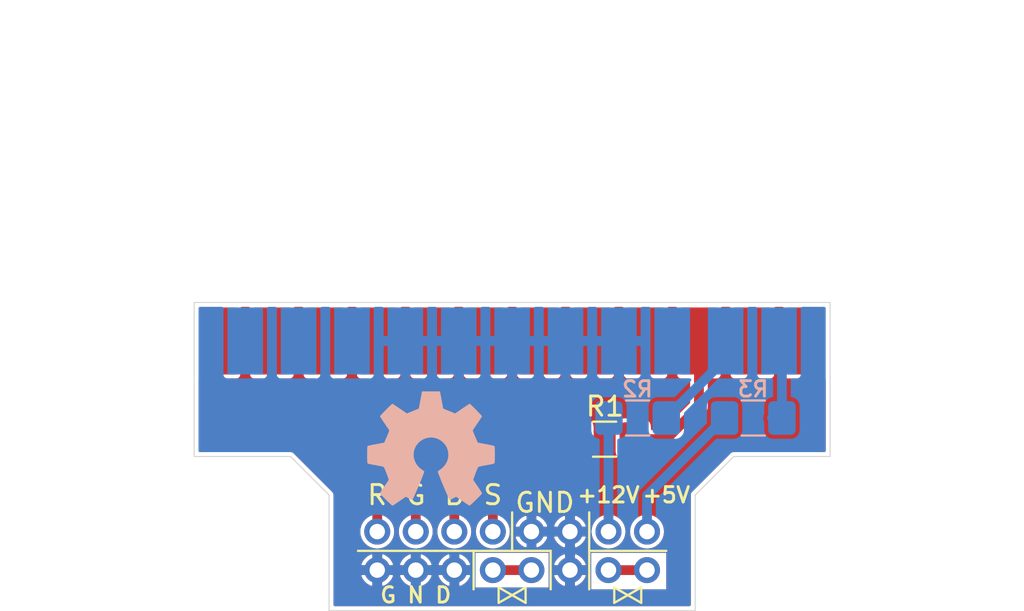
<source format=kicad_pcb>
(kicad_pcb (version 20171130) (host pcbnew "(5.1.2-1)-1")

  (general
    (thickness 1.2)
    (drawings 35)
    (tracks 29)
    (zones 0)
    (modules 6)
    (nets 13)
  )

  (page A4)
  (layers
    (0 F.Cu signal)
    (31 B.Cu signal)
    (32 B.Adhes user)
    (33 F.Adhes user)
    (34 B.Paste user)
    (35 F.Paste user)
    (36 B.SilkS user)
    (37 F.SilkS user)
    (38 B.Mask user)
    (39 F.Mask user)
    (40 Dwgs.User user)
    (41 Cmts.User user)
    (42 Eco1.User user)
    (43 Eco2.User user)
    (44 Edge.Cuts user)
    (45 Margin user)
    (46 B.CrtYd user)
    (47 F.CrtYd user)
    (48 B.Fab user)
    (49 F.Fab user)
  )

  (setup
    (last_trace_width 0.25)
    (user_trace_width 0.1524)
    (user_trace_width 0.1778)
    (user_trace_width 0.2032)
    (user_trace_width 0.2286)
    (user_trace_width 0.254)
    (user_trace_width 0.508)
    (trace_clearance 0.2)
    (zone_clearance 0.203)
    (zone_45_only no)
    (trace_min 0.1524)
    (via_size 0.8)
    (via_drill 0.4)
    (via_min_size 0.4)
    (via_min_drill 0.3)
    (uvia_size 0.3)
    (uvia_drill 0.1)
    (uvias_allowed no)
    (uvia_min_size 0.2)
    (uvia_min_drill 0.1)
    (edge_width 0.05)
    (segment_width 0.2)
    (pcb_text_width 0.3)
    (pcb_text_size 1.5 1.5)
    (mod_edge_width 0.12)
    (mod_text_size 1 1)
    (mod_text_width 0.15)
    (pad_size 1.35 1.35)
    (pad_drill 0.8)
    (pad_to_mask_clearance 0.051)
    (solder_mask_min_width 0.25)
    (aux_axis_origin 0 0)
    (grid_origin 90 50)
    (visible_elements FFFFFF7F)
    (pcbplotparams
      (layerselection 0x010fc_ffffffff)
      (usegerberextensions false)
      (usegerberattributes false)
      (usegerberadvancedattributes false)
      (creategerberjobfile false)
      (excludeedgelayer true)
      (linewidth 0.100000)
      (plotframeref false)
      (viasonmask false)
      (mode 1)
      (useauxorigin true)
      (hpglpennumber 1)
      (hpglpenspeed 20)
      (hpglpendiameter 15.000000)
      (psnegative false)
      (psa4output false)
      (plotreference true)
      (plotvalue true)
      (plotinvisibletext false)
      (padsonsilk false)
      (subtractmaskfromsilk false)
      (outputformat 1)
      (mirror false)
      (drillshape 0)
      (scaleselection 1)
      (outputdirectory "gerbers_and_drills/"))
  )

  (net 0 "")
  (net 1 RED)
  (net 2 GREEN)
  (net 3 BLUE)
  (net 4 GND)
  (net 5 CSYNC)
  (net 6 +12V)
  (net 7 +5V)
  (net 8 "Net-(J1-Pad10)")
  (net 9 "Net-(J1-Pad22)")
  (net 10 "Net-(J1-Pad23)")
  (net 11 "Net-(J3-Pad13)")
  (net 12 "Net-(J3-Pad7)")

  (net_class Default "This is the default net class."
    (clearance 0.2)
    (trace_width 0.25)
    (via_dia 0.8)
    (via_drill 0.4)
    (uvia_dia 0.3)
    (uvia_drill 0.1)
    (add_net +12V)
    (add_net +5V)
    (add_net BLUE)
    (add_net CSYNC)
    (add_net GND)
    (add_net GREEN)
    (add_net "Net-(J1-Pad10)")
    (add_net "Net-(J1-Pad22)")
    (add_net "Net-(J1-Pad23)")
    (add_net "Net-(J3-Pad13)")
    (add_net "Net-(J3-Pad7)")
    (add_net RED)
  )

  (module Symbol:OSHW-Symbol_6.7x6mm_SilkScreen (layer B.Cu) (tedit 0) (tstamp 5EFF826F)
    (at 102.3 57.6 180)
    (descr "Open Source Hardware Symbol")
    (tags "Logo Symbol OSHW")
    (attr virtual)
    (fp_text reference REF** (at 0 0) (layer F.SilkS) hide
      (effects (font (size 1 1) (thickness 0.15)))
    )
    (fp_text value OSHW-Symbol_6.7x6mm_SilkScreen (at 0.75 0) (layer B.Fab) hide
      (effects (font (size 1 1) (thickness 0.15)) (justify mirror))
    )
    (fp_poly (pts (xy 0.555814 2.531069) (xy 0.639635 2.086445) (xy 0.94892 1.958947) (xy 1.258206 1.831449)
      (xy 1.629246 2.083754) (xy 1.733157 2.154004) (xy 1.827087 2.216728) (xy 1.906652 2.269062)
      (xy 1.96747 2.308143) (xy 2.005157 2.331107) (xy 2.015421 2.336058) (xy 2.03391 2.323324)
      (xy 2.07342 2.288118) (xy 2.129522 2.234938) (xy 2.197787 2.168282) (xy 2.273786 2.092646)
      (xy 2.353092 2.012528) (xy 2.431275 1.932426) (xy 2.503907 1.856836) (xy 2.566559 1.790255)
      (xy 2.614803 1.737182) (xy 2.64421 1.702113) (xy 2.651241 1.690377) (xy 2.641123 1.66874)
      (xy 2.612759 1.621338) (xy 2.569129 1.552807) (xy 2.513218 1.467785) (xy 2.448006 1.370907)
      (xy 2.410219 1.31565) (xy 2.341343 1.214752) (xy 2.28014 1.123701) (xy 2.229578 1.04703)
      (xy 2.192628 0.989272) (xy 2.172258 0.954957) (xy 2.169197 0.947746) (xy 2.176136 0.927252)
      (xy 2.195051 0.879487) (xy 2.223087 0.811168) (xy 2.257391 0.729011) (xy 2.295109 0.63973)
      (xy 2.333387 0.550042) (xy 2.36937 0.466662) (xy 2.400206 0.396306) (xy 2.423039 0.34569)
      (xy 2.435017 0.321529) (xy 2.435724 0.320578) (xy 2.454531 0.315964) (xy 2.504618 0.305672)
      (xy 2.580793 0.290713) (xy 2.677865 0.272099) (xy 2.790643 0.250841) (xy 2.856442 0.238582)
      (xy 2.97695 0.215638) (xy 3.085797 0.193805) (xy 3.177476 0.174278) (xy 3.246481 0.158252)
      (xy 3.287304 0.146921) (xy 3.295511 0.143326) (xy 3.303548 0.118994) (xy 3.310033 0.064041)
      (xy 3.31497 -0.015108) (xy 3.318364 -0.112026) (xy 3.320218 -0.220287) (xy 3.320538 -0.333465)
      (xy 3.319327 -0.445135) (xy 3.31659 -0.548868) (xy 3.312331 -0.638241) (xy 3.306555 -0.706826)
      (xy 3.299267 -0.748197) (xy 3.294895 -0.75681) (xy 3.268764 -0.767133) (xy 3.213393 -0.781892)
      (xy 3.136107 -0.799352) (xy 3.04423 -0.81778) (xy 3.012158 -0.823741) (xy 2.857524 -0.852066)
      (xy 2.735375 -0.874876) (xy 2.641673 -0.89308) (xy 2.572384 -0.907583) (xy 2.523471 -0.919292)
      (xy 2.490897 -0.929115) (xy 2.470628 -0.937956) (xy 2.458626 -0.946724) (xy 2.456947 -0.948457)
      (xy 2.440184 -0.976371) (xy 2.414614 -1.030695) (xy 2.382788 -1.104777) (xy 2.34726 -1.191965)
      (xy 2.310583 -1.285608) (xy 2.275311 -1.379052) (xy 2.243996 -1.465647) (xy 2.219193 -1.53874)
      (xy 2.203454 -1.591678) (xy 2.199332 -1.617811) (xy 2.199676 -1.618726) (xy 2.213641 -1.640086)
      (xy 2.245322 -1.687084) (xy 2.291391 -1.754827) (xy 2.348518 -1.838423) (xy 2.413373 -1.932982)
      (xy 2.431843 -1.959854) (xy 2.497699 -2.057275) (xy 2.55565 -2.146163) (xy 2.602538 -2.221412)
      (xy 2.635207 -2.27792) (xy 2.6505 -2.310581) (xy 2.651241 -2.314593) (xy 2.638392 -2.335684)
      (xy 2.602888 -2.377464) (xy 2.549293 -2.435445) (xy 2.482171 -2.505135) (xy 2.406087 -2.582045)
      (xy 2.325604 -2.661683) (xy 2.245287 -2.739561) (xy 2.169699 -2.811186) (xy 2.103405 -2.87207)
      (xy 2.050969 -2.917721) (xy 2.016955 -2.94365) (xy 2.007545 -2.947883) (xy 1.985643 -2.937912)
      (xy 1.9408 -2.91102) (xy 1.880321 -2.871736) (xy 1.833789 -2.840117) (xy 1.749475 -2.782098)
      (xy 1.649626 -2.713784) (xy 1.549473 -2.645579) (xy 1.495627 -2.609075) (xy 1.313371 -2.4858)
      (xy 1.160381 -2.56852) (xy 1.090682 -2.604759) (xy 1.031414 -2.632926) (xy 0.991311 -2.648991)
      (xy 0.981103 -2.651226) (xy 0.968829 -2.634722) (xy 0.944613 -2.588082) (xy 0.910263 -2.515609)
      (xy 0.867588 -2.421606) (xy 0.818394 -2.310374) (xy 0.76449 -2.186215) (xy 0.707684 -2.053432)
      (xy 0.649782 -1.916327) (xy 0.592593 -1.779202) (xy 0.537924 -1.646358) (xy 0.487584 -1.522098)
      (xy 0.44338 -1.410725) (xy 0.407119 -1.316539) (xy 0.380609 -1.243844) (xy 0.365658 -1.196941)
      (xy 0.363254 -1.180833) (xy 0.382311 -1.160286) (xy 0.424036 -1.126933) (xy 0.479706 -1.087702)
      (xy 0.484378 -1.084599) (xy 0.628264 -0.969423) (xy 0.744283 -0.835053) (xy 0.83143 -0.685784)
      (xy 0.888699 -0.525913) (xy 0.915086 -0.359737) (xy 0.909585 -0.191552) (xy 0.87119 -0.025655)
      (xy 0.798895 0.133658) (xy 0.777626 0.168513) (xy 0.666996 0.309263) (xy 0.536302 0.422286)
      (xy 0.390064 0.506997) (xy 0.232808 0.562806) (xy 0.069057 0.589126) (xy -0.096667 0.58537)
      (xy -0.259838 0.55095) (xy -0.415935 0.485277) (xy -0.560433 0.387765) (xy -0.605131 0.348187)
      (xy -0.718888 0.224297) (xy -0.801782 0.093876) (xy -0.858644 -0.052315) (xy -0.890313 -0.197088)
      (xy -0.898131 -0.35986) (xy -0.872062 -0.52344) (xy -0.814755 -0.682298) (xy -0.728856 -0.830906)
      (xy -0.617014 -0.963735) (xy -0.481877 -1.075256) (xy -0.464117 -1.087011) (xy -0.40785 -1.125508)
      (xy -0.365077 -1.158863) (xy -0.344628 -1.18016) (xy -0.344331 -1.180833) (xy -0.348721 -1.203871)
      (xy -0.366124 -1.256157) (xy -0.394732 -1.33339) (xy -0.432735 -1.431268) (xy -0.478326 -1.545491)
      (xy -0.529697 -1.671758) (xy -0.585038 -1.805767) (xy -0.642542 -1.943218) (xy -0.700399 -2.079808)
      (xy -0.756802 -2.211237) (xy -0.809942 -2.333205) (xy -0.85801 -2.441409) (xy -0.899199 -2.531549)
      (xy -0.931699 -2.599323) (xy -0.953703 -2.64043) (xy -0.962564 -2.651226) (xy -0.98964 -2.642819)
      (xy -1.040303 -2.620272) (xy -1.105817 -2.587613) (xy -1.141841 -2.56852) (xy -1.294832 -2.4858)
      (xy -1.477088 -2.609075) (xy -1.570125 -2.672228) (xy -1.671985 -2.741727) (xy -1.767438 -2.807165)
      (xy -1.81525 -2.840117) (xy -1.882495 -2.885273) (xy -1.939436 -2.921057) (xy -1.978646 -2.942938)
      (xy -1.991381 -2.947563) (xy -2.009917 -2.935085) (xy -2.050941 -2.900252) (xy -2.110475 -2.846678)
      (xy -2.184542 -2.777983) (xy -2.269165 -2.697781) (xy -2.322685 -2.646286) (xy -2.416319 -2.554286)
      (xy -2.497241 -2.471999) (xy -2.562177 -2.402945) (xy -2.607858 -2.350644) (xy -2.631011 -2.318616)
      (xy -2.633232 -2.312116) (xy -2.622924 -2.287394) (xy -2.594439 -2.237405) (xy -2.550937 -2.167212)
      (xy -2.495577 -2.081875) (xy -2.43152 -1.986456) (xy -2.413303 -1.959854) (xy -2.346927 -1.863167)
      (xy -2.287378 -1.776117) (xy -2.237984 -1.703595) (xy -2.202075 -1.650493) (xy -2.182981 -1.621703)
      (xy -2.181136 -1.618726) (xy -2.183895 -1.595782) (xy -2.198538 -1.545336) (xy -2.222513 -1.474041)
      (xy -2.253266 -1.388547) (xy -2.288244 -1.295507) (xy -2.324893 -1.201574) (xy -2.360661 -1.113399)
      (xy -2.392994 -1.037634) (xy -2.419338 -0.980931) (xy -2.437142 -0.949943) (xy -2.438407 -0.948457)
      (xy -2.449294 -0.939601) (xy -2.467682 -0.930843) (xy -2.497606 -0.921277) (xy -2.543103 -0.909996)
      (xy -2.608209 -0.896093) (xy -2.696961 -0.878663) (xy -2.813393 -0.856798) (xy -2.961542 -0.829591)
      (xy -2.993618 -0.823741) (xy -3.088686 -0.805374) (xy -3.171565 -0.787405) (xy -3.23493 -0.771569)
      (xy -3.271458 -0.7596) (xy -3.276356 -0.75681) (xy -3.284427 -0.732072) (xy -3.290987 -0.67679)
      (xy -3.296033 -0.597389) (xy -3.299559 -0.500296) (xy -3.301561 -0.391938) (xy -3.302036 -0.27874)
      (xy -3.300977 -0.167128) (xy -3.298382 -0.063529) (xy -3.294246 0.025632) (xy -3.288563 0.093928)
      (xy -3.281331 0.134934) (xy -3.276971 0.143326) (xy -3.252698 0.151792) (xy -3.197426 0.165565)
      (xy -3.116662 0.18345) (xy -3.015912 0.204252) (xy -2.900683 0.226777) (xy -2.837902 0.238582)
      (xy -2.718787 0.260849) (xy -2.612565 0.281021) (xy -2.524427 0.298085) (xy -2.459566 0.311031)
      (xy -2.423174 0.318845) (xy -2.417184 0.320578) (xy -2.407061 0.34011) (xy -2.385662 0.387157)
      (xy -2.355839 0.454997) (xy -2.320445 0.536909) (xy -2.282332 0.626172) (xy -2.244353 0.716065)
      (xy -2.20936 0.799865) (xy -2.180206 0.870853) (xy -2.159743 0.922306) (xy -2.150823 0.947503)
      (xy -2.150657 0.948604) (xy -2.160769 0.968481) (xy -2.189117 1.014223) (xy -2.232723 1.081283)
      (xy -2.288606 1.165116) (xy -2.353787 1.261174) (xy -2.391679 1.31635) (xy -2.460725 1.417519)
      (xy -2.52205 1.50937) (xy -2.572663 1.587256) (xy -2.609571 1.646531) (xy -2.629782 1.682549)
      (xy -2.632701 1.690623) (xy -2.620153 1.709416) (xy -2.585463 1.749543) (xy -2.533063 1.806507)
      (xy -2.467384 1.875815) (xy -2.392856 1.952969) (xy -2.313913 2.033475) (xy -2.234983 2.112837)
      (xy -2.1605 2.18656) (xy -2.094894 2.250148) (xy -2.042596 2.299106) (xy -2.008039 2.328939)
      (xy -1.996478 2.336058) (xy -1.977654 2.326047) (xy -1.932631 2.297922) (xy -1.865787 2.254546)
      (xy -1.781499 2.198782) (xy -1.684144 2.133494) (xy -1.610707 2.083754) (xy -1.239667 1.831449)
      (xy -0.621095 2.086445) (xy -0.537275 2.531069) (xy -0.453454 2.975693) (xy 0.471994 2.975693)
      (xy 0.555814 2.531069)) (layer B.SilkS) (width 0.01))
  )

  (module Connector_PinHeader_2.00mm:PinHeader_2x08_P2.00mm_Vertical (layer F.Cu) (tedit 5EFF5397) (tstamp 5EFFAB30)
    (at 99.5 63.9 90)
    (descr "Through hole straight pin header, 2x08, 2.00mm pitch, double rows")
    (tags "Through hole pin header THT 2x08 2.00mm double row")
    (path /5EFF4647)
    (fp_text reference J3 (at 1 -2.06 90) (layer F.SilkS) hide
      (effects (font (size 1 1) (thickness 0.15)))
    )
    (fp_text value Conn_02x08_Counter_Clockwise (at 1 16.06 90) (layer F.Fab) hide
      (effects (font (size 1 1) (thickness 0.15)))
    )
    (fp_text user %R (at 1 7 180) (layer F.Fab) hide
      (effects (font (size 1 1) (thickness 0.15)))
    )
    (fp_line (start 3.5 -1.5) (end -1.5 -1.5) (layer F.CrtYd) (width 0.05))
    (fp_line (start 3.5 15.5) (end 3.5 -1.5) (layer F.CrtYd) (width 0.05))
    (fp_line (start -1.5 15.5) (end 3.5 15.5) (layer F.CrtYd) (width 0.05))
    (fp_line (start -1.5 -1.5) (end -1.5 15.5) (layer F.CrtYd) (width 0.05))
    (fp_line (start -1 15) (end -1 -1) (layer F.Fab) (width 0.1))
    (fp_line (start 3 15) (end -1 15) (layer F.Fab) (width 0.1))
    (fp_line (start 3 -1) (end 3 15) (layer F.Fab) (width 0.1))
    (fp_line (start -1 -1) (end 3 -1) (layer F.Fab) (width 0.1))
    (pad 16 thru_hole oval (at 2 14 90) (size 1.35 1.35) (drill 0.8) (layers *.Cu *.Mask)
      (net 7 +5V))
    (pad 15 thru_hole oval (at 0 14 90) (size 1.35 1.35) (drill 0.8) (layers *.Cu *.Mask)
      (net 11 "Net-(J3-Pad13)"))
    (pad 14 thru_hole oval (at 2 12 90) (size 1.35 1.35) (drill 0.8) (layers *.Cu *.Mask)
      (net 6 +12V))
    (pad 13 thru_hole oval (at 0 12 90) (size 1.35 1.35) (drill 0.8) (layers *.Cu *.Mask)
      (net 11 "Net-(J3-Pad13)"))
    (pad 12 thru_hole oval (at 2 10 90) (size 1.35 1.35) (drill 0.8) (layers *.Cu *.Mask)
      (net 4 GND))
    (pad 11 thru_hole oval (at 0 10 90) (size 1.35 1.35) (drill 0.8) (layers *.Cu *.Mask)
      (net 4 GND))
    (pad 10 thru_hole oval (at 2 8 90) (size 1.35 1.35) (drill 0.8) (layers *.Cu *.Mask)
      (net 4 GND))
    (pad 9 thru_hole oval (at 0 8 90) (size 1.35 1.35) (drill 0.8) (layers *.Cu *.Mask)
      (net 12 "Net-(J3-Pad7)"))
    (pad 8 thru_hole oval (at 2 6 90) (size 1.35 1.35) (drill 0.8) (layers *.Cu *.Mask)
      (net 5 CSYNC))
    (pad 7 thru_hole oval (at 0 6 90) (size 1.35 1.35) (drill 0.8) (layers *.Cu *.Mask)
      (net 12 "Net-(J3-Pad7)"))
    (pad 6 thru_hole oval (at 2 4 90) (size 1.35 1.35) (drill 0.8) (layers *.Cu *.Mask)
      (net 3 BLUE))
    (pad 5 thru_hole oval (at 0 4 90) (size 1.35 1.35) (drill 0.8) (layers *.Cu *.Mask)
      (net 4 GND))
    (pad 4 thru_hole oval (at 2 2 90) (size 1.35 1.35) (drill 0.8) (layers *.Cu *.Mask)
      (net 2 GREEN))
    (pad 3 thru_hole oval (at 0 2 90) (size 1.35 1.35) (drill 0.8) (layers *.Cu *.Mask)
      (net 4 GND))
    (pad 2 thru_hole oval (at 2 0 90) (size 1.35 1.35) (drill 0.8) (layers *.Cu *.Mask)
      (net 1 RED))
    (pad 1 thru_hole oval (at 0 0 90) (size 1.35 1.35) (drill 0.8) (layers *.Cu *.Mask)
      (net 4 GND))
  )

  (module Capacitor_SMD:C_1206_3216Metric_Pad1.42x1.75mm_HandSolder (layer B.Cu) (tedit 5B301BBE) (tstamp 5DD1DABF)
    (at 119.0125 56 180)
    (descr "Capacitor SMD 1206 (3216 Metric), square (rectangular) end terminal, IPC_7351 nominal with elongated pad for handsoldering. (Body size source: http://www.tortai-tech.com/upload/download/2011102023233369053.pdf), generated with kicad-footprint-generator")
    (tags "capacitor handsolder")
    (path /5DD6CE62)
    (attr smd)
    (fp_text reference R3 (at 0.0125 1.5) (layer B.SilkS)
      (effects (font (size 0.8 0.8) (thickness 0.15)) (justify mirror))
    )
    (fp_text value R110 (at 0 -1.82) (layer B.Fab) hide
      (effects (font (size 1 1) (thickness 0.15)) (justify mirror))
    )
    (fp_text user %R (at 0 0) (layer B.Fab) hide
      (effects (font (size 0.8 0.8) (thickness 0.12)) (justify mirror))
    )
    (fp_line (start 2.45 -1.12) (end -2.45 -1.12) (layer B.CrtYd) (width 0.05))
    (fp_line (start 2.45 1.12) (end 2.45 -1.12) (layer B.CrtYd) (width 0.05))
    (fp_line (start -2.45 1.12) (end 2.45 1.12) (layer B.CrtYd) (width 0.05))
    (fp_line (start -2.45 -1.12) (end -2.45 1.12) (layer B.CrtYd) (width 0.05))
    (fp_line (start -0.602064 -0.91) (end 0.602064 -0.91) (layer B.SilkS) (width 0.12))
    (fp_line (start -0.602064 0.91) (end 0.602064 0.91) (layer B.SilkS) (width 0.12))
    (fp_line (start 1.6 -0.8) (end -1.6 -0.8) (layer B.Fab) (width 0.1))
    (fp_line (start 1.6 0.8) (end 1.6 -0.8) (layer B.Fab) (width 0.1))
    (fp_line (start -1.6 0.8) (end 1.6 0.8) (layer B.Fab) (width 0.1))
    (fp_line (start -1.6 -0.8) (end -1.6 0.8) (layer B.Fab) (width 0.1))
    (pad 2 smd roundrect (at 1.4875 0 180) (size 1.425 1.75) (layers B.Cu B.Paste B.Mask) (roundrect_rratio 0.175439)
      (net 7 +5V))
    (pad 1 smd roundrect (at -1.4875 0 180) (size 1.425 1.75) (layers B.Cu B.Paste B.Mask) (roundrect_rratio 0.175439)
      (net 10 "Net-(J1-Pad23)"))
    (model ${KISYS3DMOD}/Capacitor_SMD.3dshapes/C_1206_3216Metric.wrl
      (at (xyz 0 0 0))
      (scale (xyz 1 1 1))
      (rotate (xyz 0 0 0))
    )
  )

  (module Capacitor_SMD:C_1206_3216Metric_Pad1.42x1.75mm_HandSolder (layer B.Cu) (tedit 5B301BBE) (tstamp 5DD18BEC)
    (at 113.0125 56 180)
    (descr "Capacitor SMD 1206 (3216 Metric), square (rectangular) end terminal, IPC_7351 nominal with elongated pad for handsoldering. (Body size source: http://www.tortai-tech.com/upload/download/2011102023233369053.pdf), generated with kicad-footprint-generator")
    (tags "capacitor handsolder")
    (path /5DD6AC71)
    (attr smd)
    (fp_text reference R2 (at 0.0125 1.5) (layer B.SilkS)
      (effects (font (size 0.8 0.8) (thickness 0.15)) (justify mirror))
    )
    (fp_text value R (at 0 -1.82) (layer B.Fab) hide
      (effects (font (size 1 1) (thickness 0.15)) (justify mirror))
    )
    (fp_text user %R (at 0 0) (layer B.Fab) hide
      (effects (font (size 0.8 0.8) (thickness 0.12)) (justify mirror))
    )
    (fp_line (start 2.45 -1.12) (end -2.45 -1.12) (layer B.CrtYd) (width 0.05))
    (fp_line (start 2.45 1.12) (end 2.45 -1.12) (layer B.CrtYd) (width 0.05))
    (fp_line (start -2.45 1.12) (end 2.45 1.12) (layer B.CrtYd) (width 0.05))
    (fp_line (start -2.45 -1.12) (end -2.45 1.12) (layer B.CrtYd) (width 0.05))
    (fp_line (start -0.602064 -0.91) (end 0.602064 -0.91) (layer B.SilkS) (width 0.12))
    (fp_line (start -0.602064 0.91) (end 0.602064 0.91) (layer B.SilkS) (width 0.12))
    (fp_line (start 1.6 -0.8) (end -1.6 -0.8) (layer B.Fab) (width 0.1))
    (fp_line (start 1.6 0.8) (end 1.6 -0.8) (layer B.Fab) (width 0.1))
    (fp_line (start -1.6 0.8) (end 1.6 0.8) (layer B.Fab) (width 0.1))
    (fp_line (start -1.6 -0.8) (end -1.6 0.8) (layer B.Fab) (width 0.1))
    (pad 2 smd roundrect (at 1.4875 0 180) (size 1.425 1.75) (layers B.Cu B.Paste B.Mask) (roundrect_rratio 0.175439)
      (net 6 +12V))
    (pad 1 smd roundrect (at -1.4875 0 180) (size 1.425 1.75) (layers B.Cu B.Paste B.Mask) (roundrect_rratio 0.175439)
      (net 9 "Net-(J1-Pad22)"))
    (model ${KISYS3DMOD}/Capacitor_SMD.3dshapes/C_1206_3216Metric.wrl
      (at (xyz 0 0 0))
      (scale (xyz 1 1 1))
      (rotate (xyz 0 0 0))
    )
  )

  (module Resistor_SMD:R_1206_3216Metric_Pad1.42x1.75mm_HandSolder (layer F.Cu) (tedit 5B301BBD) (tstamp 5EFF7CEE)
    (at 111.3 57.1 180)
    (descr "Resistor SMD 1206 (3216 Metric), square (rectangular) end terminal, IPC_7351 nominal with elongated pad for handsoldering. (Body size source: http://www.tortai-tech.com/upload/download/2011102023233369053.pdf), generated with kicad-footprint-generator")
    (tags "resistor handsolder")
    (path /5DD5FE14)
    (attr smd)
    (fp_text reference R1 (at -0.0125 1.7) (layer F.SilkS)
      (effects (font (size 1 1) (thickness 0.15)))
    )
    (fp_text value R330 (at 0 1.82) (layer F.Fab)
      (effects (font (size 1 1) (thickness 0.15)))
    )
    (fp_text user %R (at 0 0) (layer F.Fab)
      (effects (font (size 0.8 0.8) (thickness 0.12)))
    )
    (fp_line (start 2.45 1.12) (end -2.45 1.12) (layer F.CrtYd) (width 0.05))
    (fp_line (start 2.45 -1.12) (end 2.45 1.12) (layer F.CrtYd) (width 0.05))
    (fp_line (start -2.45 -1.12) (end 2.45 -1.12) (layer F.CrtYd) (width 0.05))
    (fp_line (start -2.45 1.12) (end -2.45 -1.12) (layer F.CrtYd) (width 0.05))
    (fp_line (start -0.602064 0.91) (end 0.602064 0.91) (layer F.SilkS) (width 0.12))
    (fp_line (start -0.602064 -0.91) (end 0.602064 -0.91) (layer F.SilkS) (width 0.12))
    (fp_line (start 1.6 0.8) (end -1.6 0.8) (layer F.Fab) (width 0.1))
    (fp_line (start 1.6 -0.8) (end 1.6 0.8) (layer F.Fab) (width 0.1))
    (fp_line (start -1.6 -0.8) (end 1.6 -0.8) (layer F.Fab) (width 0.1))
    (fp_line (start -1.6 0.8) (end -1.6 -0.8) (layer F.Fab) (width 0.1))
    (pad 2 smd roundrect (at 1.4875 0 180) (size 1.425 1.75) (layers F.Cu F.Paste F.Mask) (roundrect_rratio 0.175439)
      (net 5 CSYNC))
    (pad 1 smd roundrect (at -1.4875 0 180) (size 1.425 1.75) (layers F.Cu F.Paste F.Mask) (roundrect_rratio 0.175439)
      (net 8 "Net-(J1-Pad10)"))
    (model ${KISYS3DMOD}/Resistor_SMD.3dshapes/R_1206_3216Metric.wrl
      (at (xyz 0 0 0))
      (scale (xyz 1 1 1))
      (rotate (xyz 0 0 0))
    )
  )

  (module Connector_Dsub:DSUB-23_Female_EdgeMount_P2.77mm (layer F.Cu) (tedit 5DD08D0D) (tstamp 5DD0EE6C)
    (at 106.5 52 180)
    (descr "25-pin D-Sub connector, solder-cups edge-mounted, female, x-pin-pitch 2.77mm, distance of mounting holes 47.1mm, see https://disti-assets.s3.amazonaws.com/tonar/files/datasheets/16730.pdf")
    (tags "25-pin D-Sub connector edge mount solder cup female x-pin-pitch 2.77mm mounting holes distance 47.1mm")
    (path /5DD24994)
    (attr smd)
    (fp_text reference J1 (at -19.158333 0 180) (layer F.SilkS) hide
      (effects (font (size 1 1) (thickness 0.15)))
    )
    (fp_text value DB23_Female (at 0 16.86 180) (layer F.Fab)
      (effects (font (size 1 1) (thickness 0.15)))
    )
    (fp_line (start 14.635 -0.91) (end 14.635 1.99) (layer F.Fab) (width 0.1))
    (fp_line (start 14.635 1.99) (end 15.835 1.99) (layer F.Fab) (width 0.1))
    (fp_line (start 15.835 1.99) (end 15.835 -0.91) (layer F.Fab) (width 0.1))
    (fp_line (start 15.835 -0.91) (end 14.635 -0.91) (layer F.Fab) (width 0.1))
    (fp_line (start 11.865 -0.91) (end 11.865 1.99) (layer F.Fab) (width 0.1))
    (fp_line (start 11.865 1.99) (end 13.065 1.99) (layer F.Fab) (width 0.1))
    (fp_line (start 13.065 1.99) (end 13.065 -0.91) (layer F.Fab) (width 0.1))
    (fp_line (start 13.065 -0.91) (end 11.865 -0.91) (layer F.Fab) (width 0.1))
    (fp_line (start 9.095 -0.91) (end 9.095 1.99) (layer F.Fab) (width 0.1))
    (fp_line (start 9.095 1.99) (end 10.295 1.99) (layer F.Fab) (width 0.1))
    (fp_line (start 10.295 1.99) (end 10.295 -0.91) (layer F.Fab) (width 0.1))
    (fp_line (start 10.295 -0.91) (end 9.095 -0.91) (layer F.Fab) (width 0.1))
    (fp_line (start 6.325 -0.91) (end 6.325 1.99) (layer F.Fab) (width 0.1))
    (fp_line (start 6.325 1.99) (end 7.525 1.99) (layer F.Fab) (width 0.1))
    (fp_line (start 7.525 1.99) (end 7.525 -0.91) (layer F.Fab) (width 0.1))
    (fp_line (start 7.525 -0.91) (end 6.325 -0.91) (layer F.Fab) (width 0.1))
    (fp_line (start 3.555 -0.91) (end 3.555 1.99) (layer F.Fab) (width 0.1))
    (fp_line (start 3.555 1.99) (end 4.755 1.99) (layer F.Fab) (width 0.1))
    (fp_line (start 4.755 1.99) (end 4.755 -0.91) (layer F.Fab) (width 0.1))
    (fp_line (start 4.755 -0.91) (end 3.555 -0.91) (layer F.Fab) (width 0.1))
    (fp_line (start 0.785 -0.91) (end 0.785 1.99) (layer F.Fab) (width 0.1))
    (fp_line (start 0.785 1.99) (end 1.985 1.99) (layer F.Fab) (width 0.1))
    (fp_line (start 1.985 1.99) (end 1.985 -0.91) (layer F.Fab) (width 0.1))
    (fp_line (start 1.985 -0.91) (end 0.785 -0.91) (layer F.Fab) (width 0.1))
    (fp_line (start -0.6 1.99) (end 0.6 1.99) (layer F.Fab) (width 0.1))
    (fp_line (start -1.985 -0.91) (end -1.985 1.99) (layer F.Fab) (width 0.1))
    (fp_line (start -1.985 1.99) (end -0.785 1.99) (layer F.Fab) (width 0.1))
    (fp_line (start -0.785 1.99) (end -0.785 -0.91) (layer F.Fab) (width 0.1))
    (fp_line (start -0.785 -0.91) (end -1.985 -0.91) (layer F.Fab) (width 0.1))
    (fp_line (start -4.755 -0.91) (end -4.755 1.99) (layer F.Fab) (width 0.1))
    (fp_line (start -4.755 1.99) (end -3.555 1.99) (layer F.Fab) (width 0.1))
    (fp_line (start -3.555 1.99) (end -3.555 -0.91) (layer F.Fab) (width 0.1))
    (fp_line (start -3.555 -0.91) (end -4.755 -0.91) (layer F.Fab) (width 0.1))
    (fp_line (start -7.525 -0.91) (end -7.525 1.99) (layer F.Fab) (width 0.1))
    (fp_line (start -7.525 1.99) (end -6.325 1.99) (layer F.Fab) (width 0.1))
    (fp_line (start -6.325 1.99) (end -6.325 -0.91) (layer F.Fab) (width 0.1))
    (fp_line (start -6.325 -0.91) (end -7.525 -0.91) (layer F.Fab) (width 0.1))
    (fp_line (start -10.295 -0.91) (end -10.295 1.99) (layer F.Fab) (width 0.1))
    (fp_line (start -10.295 1.99) (end -9.095 1.99) (layer F.Fab) (width 0.1))
    (fp_line (start -9.095 1.99) (end -9.095 -0.91) (layer F.Fab) (width 0.1))
    (fp_line (start -9.095 -0.91) (end -10.295 -0.91) (layer F.Fab) (width 0.1))
    (fp_line (start -13.065 -0.91) (end -13.065 1.99) (layer F.Fab) (width 0.1))
    (fp_line (start -13.065 1.99) (end -11.865 1.99) (layer F.Fab) (width 0.1))
    (fp_line (start -11.865 1.99) (end -11.865 -0.91) (layer F.Fab) (width 0.1))
    (fp_line (start -11.865 -0.91) (end -13.065 -0.91) (layer F.Fab) (width 0.1))
    (fp_line (start -15.835 -0.91) (end -15.835 1.99) (layer F.Fab) (width 0.1))
    (fp_line (start -15.835 1.99) (end -14.635 1.99) (layer F.Fab) (width 0.1))
    (fp_line (start -14.635 1.99) (end -14.635 -0.91) (layer F.Fab) (width 0.1))
    (fp_line (start -14.635 -0.91) (end -15.835 -0.91) (layer F.Fab) (width 0.1))
    (fp_line (start 13.25 -0.91) (end 13.25 1.99) (layer B.Fab) (width 0.1))
    (fp_line (start 13.25 1.99) (end 14.45 1.99) (layer B.Fab) (width 0.1))
    (fp_line (start 14.45 1.99) (end 14.45 -0.91) (layer B.Fab) (width 0.1))
    (fp_line (start 14.45 -0.91) (end 13.25 -0.91) (layer B.Fab) (width 0.1))
    (fp_line (start 10.48 -0.91) (end 10.48 1.99) (layer B.Fab) (width 0.1))
    (fp_line (start 10.48 1.99) (end 11.68 1.99) (layer B.Fab) (width 0.1))
    (fp_line (start 11.68 1.99) (end 11.68 -0.91) (layer B.Fab) (width 0.1))
    (fp_line (start 11.68 -0.91) (end 10.48 -0.91) (layer B.Fab) (width 0.1))
    (fp_line (start 7.71 -0.91) (end 7.71 1.99) (layer B.Fab) (width 0.1))
    (fp_line (start 7.71 1.99) (end 8.91 1.99) (layer B.Fab) (width 0.1))
    (fp_line (start 8.91 1.99) (end 8.91 -0.91) (layer B.Fab) (width 0.1))
    (fp_line (start 8.91 -0.91) (end 7.71 -0.91) (layer B.Fab) (width 0.1))
    (fp_line (start 4.94 -0.91) (end 4.94 1.99) (layer B.Fab) (width 0.1))
    (fp_line (start 4.94 1.99) (end 6.14 1.99) (layer B.Fab) (width 0.1))
    (fp_line (start 6.14 1.99) (end 6.14 -0.91) (layer B.Fab) (width 0.1))
    (fp_line (start 6.14 -0.91) (end 4.94 -0.91) (layer B.Fab) (width 0.1))
    (fp_line (start 2.17 -0.91) (end 2.17 1.99) (layer B.Fab) (width 0.1))
    (fp_line (start 2.17 1.99) (end 3.37 1.99) (layer B.Fab) (width 0.1))
    (fp_line (start 3.37 1.99) (end 3.37 -0.91) (layer B.Fab) (width 0.1))
    (fp_line (start 3.37 -0.91) (end 2.17 -0.91) (layer B.Fab) (width 0.1))
    (fp_line (start -0.6 -0.91) (end -0.6 1.99) (layer B.Fab) (width 0.1))
    (fp_line (start -0.6 1.99) (end 0.6 1.99) (layer B.Fab) (width 0.1))
    (fp_line (start 0.6 1.99) (end 0.6 -0.91) (layer B.Fab) (width 0.1))
    (fp_line (start 0.6 -0.91) (end -0.6 -0.91) (layer B.Fab) (width 0.1))
    (fp_line (start -3.37 -0.91) (end -3.37 1.99) (layer B.Fab) (width 0.1))
    (fp_line (start -3.37 1.99) (end -2.17 1.99) (layer B.Fab) (width 0.1))
    (fp_line (start -2.17 1.99) (end -2.17 -0.91) (layer B.Fab) (width 0.1))
    (fp_line (start -2.17 -0.91) (end -3.37 -0.91) (layer B.Fab) (width 0.1))
    (fp_line (start -6.14 -0.91) (end -6.14 1.99) (layer B.Fab) (width 0.1))
    (fp_line (start -6.14 1.99) (end -4.94 1.99) (layer B.Fab) (width 0.1))
    (fp_line (start -4.94 1.99) (end -4.94 -0.91) (layer B.Fab) (width 0.1))
    (fp_line (start -4.94 -0.91) (end -6.14 -0.91) (layer B.Fab) (width 0.1))
    (fp_line (start -8.91 -0.91) (end -8.91 1.99) (layer B.Fab) (width 0.1))
    (fp_line (start -8.91 1.99) (end -7.71 1.99) (layer B.Fab) (width 0.1))
    (fp_line (start -7.71 1.99) (end -7.71 -0.91) (layer B.Fab) (width 0.1))
    (fp_line (start -7.71 -0.91) (end -8.91 -0.91) (layer B.Fab) (width 0.1))
    (fp_line (start -11.68 -0.91) (end -11.68 1.99) (layer B.Fab) (width 0.1))
    (fp_line (start -11.68 1.99) (end -10.48 1.99) (layer B.Fab) (width 0.1))
    (fp_line (start -10.48 1.99) (end -10.48 -0.91) (layer B.Fab) (width 0.1))
    (fp_line (start -10.48 -0.91) (end -11.68 -0.91) (layer B.Fab) (width 0.1))
    (fp_line (start -14.45 -0.91) (end -14.45 1.99) (layer B.Fab) (width 0.1))
    (fp_line (start -14.45 1.99) (end -13.25 1.99) (layer B.Fab) (width 0.1))
    (fp_line (start -13.25 1.99) (end -13.25 -0.91) (layer B.Fab) (width 0.1))
    (fp_line (start -13.25 -0.91) (end -14.45 -0.91) (layer B.Fab) (width 0.1))
    (fp_line (start -17.165 1.99) (end -17.165 4.79) (layer F.Fab) (width 0.1))
    (fp_line (start -18.165 4.79) (end 18.165 4.79) (layer F.Fab) (width 0.1))
    (fp_line (start 17.165 4.79) (end 17.165 1.99) (layer F.Fab) (width 0.1))
    (fp_line (start 17.165 1.99) (end -17.165 1.99) (layer F.Fab) (width 0.1))
    (fp_line (start -18.165 4.79) (end -18.165 9.29) (layer F.Fab) (width 0.1))
    (fp_line (start -19.55 9.29) (end 19.55 9.29) (layer F.Fab) (width 0.1))
    (fp_line (start 18.165 9.29) (end 18.165 4.79) (layer F.Fab) (width 0.1))
    (fp_line (start -25.165 9.29) (end -25.165 9.69) (layer F.Fab) (width 0.1))
    (fp_line (start -25.165 9.69) (end 25.165 9.69) (layer F.Fab) (width 0.1))
    (fp_line (start 25.165 9.69) (end 25.165 9.29) (layer F.Fab) (width 0.1))
    (fp_line (start 25.165 9.29) (end -25.165 9.29) (layer F.Fab) (width 0.1))
    (fp_line (start -17.765 9.69) (end -17.765 15.86) (layer F.Fab) (width 0.1))
    (fp_line (start -17.765 15.86) (end 17.765 15.86) (layer F.Fab) (width 0.1))
    (fp_line (start 17.765 15.86) (end 17.765 9.69) (layer F.Fab) (width 0.1))
    (fp_line (start 19.15 9.69) (end -19.15 9.69) (layer F.Fab) (width 0.1))
    (fp_line (start -16.665 -2.25) (end 16.665 -2.25) (layer F.CrtYd) (width 0.05))
    (fp_line (start 16.665 -2.25) (end 16.665 1.5) (layer F.CrtYd) (width 0.05))
    (fp_line (start 16.665 1.5) (end 17.665 1.5) (layer F.CrtYd) (width 0.05))
    (fp_line (start 17.665 1.5) (end 17.665 4.3) (layer F.CrtYd) (width 0.05))
    (fp_line (start 17.665 4.3) (end 18.665 4.3) (layer F.CrtYd) (width 0.05))
    (fp_line (start 18.665 4.3) (end 18.665 8.8) (layer F.CrtYd) (width 0.05))
    (fp_line (start 18.665 8.8) (end 25.665 8.8) (layer F.CrtYd) (width 0.05))
    (fp_line (start 25.665 8.8) (end 25.665 10.2) (layer F.CrtYd) (width 0.05))
    (fp_line (start 25.665 10.2) (end 18.265 10.2) (layer F.CrtYd) (width 0.05))
    (fp_line (start 18.265 10.2) (end 18.265 16.4) (layer F.CrtYd) (width 0.05))
    (fp_line (start 18.265 16.4) (end -18.265 16.4) (layer F.CrtYd) (width 0.05))
    (fp_line (start -18.265 16.4) (end -18.265 10.2) (layer F.CrtYd) (width 0.05))
    (fp_line (start -18.265 10.2) (end -25.665 10.2) (layer F.CrtYd) (width 0.05))
    (fp_line (start -25.665 10.2) (end -25.665 8.8) (layer F.CrtYd) (width 0.05))
    (fp_line (start -25.665 8.8) (end -18.665 8.8) (layer F.CrtYd) (width 0.05))
    (fp_line (start -18.665 8.8) (end -18.665 4.3) (layer F.CrtYd) (width 0.05))
    (fp_line (start -18.665 4.3) (end -17.665 4.3) (layer F.CrtYd) (width 0.05))
    (fp_line (start -17.665 4.3) (end -17.665 1.5) (layer F.CrtYd) (width 0.05))
    (fp_line (start -17.665 1.5) (end -16.665 1.5) (layer F.CrtYd) (width 0.05))
    (fp_line (start -16.665 1.5) (end -16.665 -2.25) (layer F.CrtYd) (width 0.05))
    (fp_line (start -26.55 1.99) (end 26.55 1.99) (layer Dwgs.User) (width 0.05))
    (fp_text user %R (at 0 3.39 180) (layer F.Fab)
      (effects (font (size 1 1) (thickness 0.15)))
    )
    (fp_text user "PCB edge" (at -21.55 1.323333 180) (layer Dwgs.User)
      (effects (font (size 0.5 0.5) (thickness 0.075)))
    )
    (pad 1 smd rect (at 15.235 0 180) (size 1.846667 3.48) (layers F.Cu F.Paste F.Mask))
    (pad 2 smd rect (at 12.465 0 180) (size 1.846667 3.48) (layers F.Cu F.Paste F.Mask))
    (pad 3 smd rect (at 9.695 0 180) (size 1.846667 3.48) (layers F.Cu F.Paste F.Mask)
      (net 1 RED))
    (pad 4 smd rect (at 6.925 0 180) (size 1.846667 3.48) (layers F.Cu F.Paste F.Mask)
      (net 2 GREEN))
    (pad 5 smd rect (at 4.155 0 180) (size 1.846667 3.48) (layers F.Cu F.Paste F.Mask)
      (net 3 BLUE))
    (pad 6 smd rect (at 1.385 0 180) (size 1.846667 3.48) (layers F.Cu F.Paste F.Mask))
    (pad 7 smd rect (at -1.385 0 180) (size 1.846667 3.48) (layers F.Cu F.Paste F.Mask))
    (pad 8 smd rect (at -4.155 0 180) (size 1.846667 3.48) (layers F.Cu F.Paste F.Mask))
    (pad 9 smd rect (at -6.925 0 180) (size 1.846667 3.48) (layers F.Cu F.Paste F.Mask))
    (pad 10 smd rect (at -9.695 0 180) (size 1.846667 3.48) (layers F.Cu F.Paste F.Mask)
      (net 8 "Net-(J1-Pad10)"))
    (pad 11 smd rect (at -12.465 0 180) (size 1.846667 3.48) (layers F.Cu F.Paste F.Mask))
    (pad 12 smd rect (at -15.235 0 180) (size 1.846667 3.48) (layers F.Cu F.Paste F.Mask))
    (pad 13 smd rect (at 13.85 0 180) (size 1.846667 3.48) (layers B.Cu B.Paste B.Mask))
    (pad 14 smd rect (at 11.08 0 180) (size 1.846667 3.48) (layers B.Cu B.Paste B.Mask))
    (pad 15 smd rect (at 8.31 0 180) (size 1.846667 3.48) (layers B.Cu B.Paste B.Mask))
    (pad 16 smd rect (at 5.54 0 180) (size 1.846667 3.48) (layers B.Cu B.Paste B.Mask)
      (net 4 GND))
    (pad 17 smd rect (at 2.77 0 180) (size 1.846667 3.48) (layers B.Cu B.Paste B.Mask)
      (net 4 GND))
    (pad 18 smd rect (at 0 0 180) (size 1.846667 3.48) (layers B.Cu B.Paste B.Mask)
      (net 4 GND))
    (pad 19 smd rect (at -2.77 0 180) (size 1.846667 3.48) (layers B.Cu B.Paste B.Mask)
      (net 4 GND))
    (pad 20 smd rect (at -5.54 0 180) (size 1.846667 3.48) (layers B.Cu B.Paste B.Mask)
      (net 4 GND))
    (pad 21 smd rect (at -8.31 0 180) (size 1.846667 3.48) (layers B.Cu B.Paste B.Mask))
    (pad 22 smd rect (at -11.08 0 180) (size 1.846667 3.48) (layers B.Cu B.Paste B.Mask)
      (net 9 "Net-(J1-Pad22)"))
    (pad 23 smd rect (at -13.85 0 180) (size 1.846667 3.48) (layers B.Cu B.Paste B.Mask)
      (net 10 "Net-(J1-Pad23)"))
    (model ${KISYS3DMOD}/Connector_Dsub.3dshapes/DSUB-25_Female_EdgeMount_P2.77mm.wrl
      (at (xyz 0 0 0))
      (scale (xyz 1 1 1))
      (rotate (xyz 0 0 0))
    )
  )

  (gr_text GND (at 108.2 60.4) (layer F.SilkS)
    (effects (font (size 1 1) (thickness 0.15)))
  )
  (gr_line (start 108.5 62.9) (end 108.5 64.9) (layer F.SilkS) (width 0.12))
  (gr_line (start 104.5 62.9) (end 108.5 62.9) (layer F.SilkS) (width 0.12) (tstamp 5EFF7198))
  (gr_line (start 105.8 64.8) (end 105.8 65.6) (layer F.SilkS) (width 0.12) (tstamp 5EFFBBBF))
  (gr_line (start 107.2 64.8) (end 107.2 65.6) (layer F.SilkS) (width 0.12) (tstamp 5EFFBBBE))
  (gr_line (start 107.2 65.6) (end 105.8 64.8) (layer F.SilkS) (width 0.12) (tstamp 5EFFBBBD))
  (gr_line (start 105.8 65.6) (end 107.2 64.8) (layer F.SilkS) (width 0.12) (tstamp 5EFFBBBC))
  (gr_line (start 113.2 65.6) (end 111.8 64.8) (layer F.SilkS) (width 0.12) (tstamp 5EFFC01B))
  (gr_line (start 113.2 64.8) (end 113.2 65.6) (layer F.SilkS) (width 0.12))
  (gr_line (start 111.8 65.6) (end 113.2 64.8) (layer F.SilkS) (width 0.12) (tstamp 5EFFC01E))
  (gr_line (start 111.8 64.8) (end 111.8 65.6) (layer F.SilkS) (width 0.12) (tstamp 5EFFC018))
  (gr_line (start 110.5 62.9) (end 114.5 62.9) (layer F.SilkS) (width 0.12))
  (gr_line (start 102.5 62.9) (end 98.5 62.9) (layer F.SilkS) (width 0.12))
  (gr_line (start 110.5 62.9) (end 110.5 60.9) (layer F.SilkS) (width 0.12))
  (gr_line (start 110.5 64.9) (end 110.5 62.9) (layer F.SilkS) (width 0.12))
  (gr_line (start 104.5 62.9) (end 104.5 64.9) (layer F.SilkS) (width 0.12))
  (gr_line (start 104.5 62.9) (end 102.5 62.9) (layer F.SilkS) (width 0.12))
  (gr_line (start 106.5 60.9) (end 106.5 62.9) (layer F.SilkS) (width 0.12))
  (gr_text +5V (at 114.5 60) (layer F.SilkS)
    (effects (font (size 0.8 0.8) (thickness 0.15)))
  )
  (gr_text +12V (at 111.5 60) (layer F.SilkS)
    (effects (font (size 0.8 0.8) (thickness 0.15)))
  )
  (gr_text S (at 105.5 60) (layer F.SilkS)
    (effects (font (size 1 1) (thickness 0.15)))
  )
  (gr_text "G N D" (at 101.5 65.2) (layer F.SilkS)
    (effects (font (size 0.8 0.8) (thickness 0.15)))
  )
  (gr_text B (at 103.5 60) (layer F.SilkS)
    (effects (font (size 1 1) (thickness 0.15)))
  )
  (gr_text G (at 101.5 60) (layer F.SilkS)
    (effects (font (size 1 1) (thickness 0.15)))
  )
  (gr_text R (at 99.5 60) (layer F.SilkS)
    (effects (font (size 1 1) (thickness 0.15)))
  )
  (gr_line (start 118 58) (end 116 60) (layer Edge.Cuts) (width 0.05) (tstamp 5DD18759))
  (gr_line (start 95 58) (end 97 60) (layer Edge.Cuts) (width 0.05) (tstamp 5DD183AB))
  (gr_line (start 116 66) (end 97 66) (layer Edge.Cuts) (width 0.05) (tstamp 5DD0627D))
  (gr_line (start 116 60) (end 116 66) (layer Edge.Cuts) (width 0.05))
  (gr_line (start 123 58) (end 118 58) (layer Edge.Cuts) (width 0.05))
  (gr_line (start 97 60) (end 97 66) (layer Edge.Cuts) (width 0.05))
  (gr_line (start 90 58) (end 95 58) (layer Edge.Cuts) (width 0.05))
  (gr_line (start 90 50) (end 90 58) (layer Edge.Cuts) (width 0.05))
  (gr_line (start 123 50) (end 123 58) (layer Edge.Cuts) (width 0.05))
  (gr_line (start 90 50) (end 123 50) (layer Edge.Cuts) (width 0.05))

  (segment (start 96.805 54.248) (end 96.805 52) (width 0.508) (layer F.Cu) (net 1))
  (segment (start 99.5 61.9) (end 99.5 58.9) (width 0.508) (layer F.Cu) (net 1))
  (segment (start 99.5 58.9) (end 96.805 56.205) (width 0.508) (layer F.Cu) (net 1))
  (segment (start 96.805 56.205) (end 96.805 54.248) (width 0.508) (layer F.Cu) (net 1))
  (segment (start 101.5 60.945406) (end 101.5 61.9) (width 0.508) (layer F.Cu) (net 2))
  (segment (start 99.575 52) (end 99.575 56.375) (width 0.508) (layer F.Cu) (net 2))
  (segment (start 99.575 56.375) (end 101.5 58.3) (width 0.508) (layer F.Cu) (net 2))
  (segment (start 101.5 58.3) (end 101.5 60.945406) (width 0.508) (layer F.Cu) (net 2))
  (segment (start 102.345 56.545) (end 102.345 52) (width 0.508) (layer F.Cu) (net 3))
  (segment (start 103.5 57.7) (end 102.345 56.545) (width 0.508) (layer F.Cu) (net 3))
  (segment (start 103.5 61.9) (end 103.5 57.7) (width 0.508) (layer F.Cu) (net 3))
  (segment (start 109.8125 57.1) (end 107.4 57.1) (width 0.508) (layer F.Cu) (net 5))
  (segment (start 105.5 59) (end 105.5 61.9) (width 0.508) (layer F.Cu) (net 5))
  (segment (start 107.4 57.1) (end 105.5 59) (width 0.508) (layer F.Cu) (net 5))
  (segment (start 111.5 56.025) (end 111.525 56) (width 0.508) (layer B.Cu) (net 6))
  (segment (start 111.5 61.9) (end 111.5 56.025) (width 0.508) (layer B.Cu) (net 6))
  (segment (start 113.5 60.025) (end 117.525 56) (width 0.508) (layer B.Cu) (net 7))
  (segment (start 113.5 61.9) (end 113.5 60.025) (width 0.508) (layer B.Cu) (net 7))
  (segment (start 112.7875 57.1) (end 114.5 57.1) (width 0.508) (layer F.Cu) (net 8))
  (segment (start 116.195 55.405) (end 116.195 52) (width 0.508) (layer F.Cu) (net 8))
  (segment (start 114.5 57.1) (end 116.195 55.405) (width 0.508) (layer F.Cu) (net 8))
  (segment (start 115.271347 55.228653) (end 114.5 56) (width 0.508) (layer B.Cu) (net 9))
  (segment (start 117.58 52) (end 117.58 52.92) (width 0.508) (layer B.Cu) (net 9))
  (segment (start 117.58 52.92) (end 115.271347 55.228653) (width 0.508) (layer B.Cu) (net 9))
  (segment (start 120.35 55.6375) (end 119.9875 56) (width 0.508) (layer B.Cu) (net 10))
  (segment (start 120.5 52.15) (end 120.35 52) (width 0.508) (layer B.Cu) (net 10))
  (segment (start 120.5 56) (end 120.5 52.15) (width 0.508) (layer B.Cu) (net 10))
  (segment (start 111.5 63.9) (end 113.5 63.9) (width 0.508) (layer F.Cu) (net 11))
  (segment (start 105.5 63.9) (end 107.5 63.9) (width 0.508) (layer F.Cu) (net 12))

  (zone (net 4) (net_name GND) (layer B.Cu) (tstamp 5DDA6DCC) (hatch edge 0.508)
    (connect_pads (clearance 0.203))
    (min_thickness 0.1524)
    (fill yes (arc_segments 32) (thermal_gap 0.203) (thermal_bridge_width 0.508))
    (polygon
      (pts
        (xy 90 50) (xy 123 50) (xy 123 58) (xy 118 58) (xy 116 60)
        (xy 116 66) (xy 97 66) (xy 97 60) (xy 95 58) (xy 90 58)
      )
    )
    (filled_polygon
      (pts
        (xy 91.446117 53.74) (xy 91.451508 53.794733) (xy 91.467473 53.847362) (xy 91.493398 53.895865) (xy 91.528288 53.938379)
        (xy 91.570802 53.973269) (xy 91.619305 53.999194) (xy 91.671934 54.015159) (xy 91.726667 54.02055) (xy 93.573333 54.02055)
        (xy 93.628066 54.015159) (xy 93.680695 53.999194) (xy 93.729198 53.973269) (xy 93.771712 53.938379) (xy 93.806602 53.895865)
        (xy 93.832527 53.847362) (xy 93.848492 53.794733) (xy 93.853883 53.74) (xy 93.853883 50.3042) (xy 94.216117 50.3042)
        (xy 94.216117 53.74) (xy 94.221508 53.794733) (xy 94.237473 53.847362) (xy 94.263398 53.895865) (xy 94.298288 53.938379)
        (xy 94.340802 53.973269) (xy 94.389305 53.999194) (xy 94.441934 54.015159) (xy 94.496667 54.02055) (xy 96.343333 54.02055)
        (xy 96.398066 54.015159) (xy 96.450695 53.999194) (xy 96.499198 53.973269) (xy 96.541712 53.938379) (xy 96.576602 53.895865)
        (xy 96.602527 53.847362) (xy 96.618492 53.794733) (xy 96.623883 53.74) (xy 96.623883 50.3042) (xy 96.986117 50.3042)
        (xy 96.986117 53.74) (xy 96.991508 53.794733) (xy 97.007473 53.847362) (xy 97.033398 53.895865) (xy 97.068288 53.938379)
        (xy 97.110802 53.973269) (xy 97.159305 53.999194) (xy 97.211934 54.015159) (xy 97.266667 54.02055) (xy 99.113333 54.02055)
        (xy 99.168066 54.015159) (xy 99.220695 53.999194) (xy 99.269198 53.973269) (xy 99.311712 53.938379) (xy 99.346602 53.895865)
        (xy 99.372527 53.847362) (xy 99.388492 53.794733) (xy 99.393883 53.74) (xy 99.756116 53.74) (xy 99.761507 53.794733)
        (xy 99.777472 53.847362) (xy 99.803397 53.895866) (xy 99.838287 53.93838) (xy 99.880801 53.97327) (xy 99.929305 53.999195)
        (xy 99.981934 54.01516) (xy 100.036667 54.020551) (xy 100.7124 54.0192) (xy 100.7822 53.9494) (xy 100.7822 52.1778)
        (xy 101.1378 52.1778) (xy 101.1378 53.9494) (xy 101.2076 54.0192) (xy 101.883333 54.020551) (xy 101.938066 54.01516)
        (xy 101.990695 53.999195) (xy 102.039199 53.97327) (xy 102.081713 53.93838) (xy 102.116603 53.895866) (xy 102.142528 53.847362)
        (xy 102.158493 53.794733) (xy 102.163884 53.74) (xy 102.526116 53.74) (xy 102.531507 53.794733) (xy 102.547472 53.847362)
        (xy 102.573397 53.895866) (xy 102.608287 53.93838) (xy 102.650801 53.97327) (xy 102.699305 53.999195) (xy 102.751934 54.01516)
        (xy 102.806667 54.020551) (xy 103.4824 54.0192) (xy 103.5522 53.9494) (xy 103.5522 52.1778) (xy 103.9078 52.1778)
        (xy 103.9078 53.9494) (xy 103.9776 54.0192) (xy 104.653333 54.020551) (xy 104.708066 54.01516) (xy 104.760695 53.999195)
        (xy 104.809199 53.97327) (xy 104.851713 53.93838) (xy 104.886603 53.895866) (xy 104.912528 53.847362) (xy 104.928493 53.794733)
        (xy 104.933884 53.74) (xy 105.296116 53.74) (xy 105.301507 53.794733) (xy 105.317472 53.847362) (xy 105.343397 53.895866)
        (xy 105.378287 53.93838) (xy 105.420801 53.97327) (xy 105.469305 53.999195) (xy 105.521934 54.01516) (xy 105.576667 54.020551)
        (xy 106.2524 54.0192) (xy 106.3222 53.9494) (xy 106.3222 52.1778) (xy 106.6778 52.1778) (xy 106.6778 53.9494)
        (xy 106.7476 54.0192) (xy 107.423333 54.020551) (xy 107.478066 54.01516) (xy 107.530695 53.999195) (xy 107.579199 53.97327)
        (xy 107.621713 53.93838) (xy 107.656603 53.895866) (xy 107.682528 53.847362) (xy 107.698493 53.794733) (xy 107.703884 53.74)
        (xy 108.066116 53.74) (xy 108.071507 53.794733) (xy 108.087472 53.847362) (xy 108.113397 53.895866) (xy 108.148287 53.93838)
        (xy 108.190801 53.97327) (xy 108.239305 53.999195) (xy 108.291934 54.01516) (xy 108.346667 54.020551) (xy 109.0224 54.0192)
        (xy 109.0922 53.9494) (xy 109.0922 52.1778) (xy 109.4478 52.1778) (xy 109.4478 53.9494) (xy 109.5176 54.0192)
        (xy 110.193333 54.020551) (xy 110.248066 54.01516) (xy 110.300695 53.999195) (xy 110.349199 53.97327) (xy 110.391713 53.93838)
        (xy 110.426603 53.895866) (xy 110.452528 53.847362) (xy 110.468493 53.794733) (xy 110.473884 53.74) (xy 110.836116 53.74)
        (xy 110.841507 53.794733) (xy 110.857472 53.847362) (xy 110.883397 53.895866) (xy 110.918287 53.93838) (xy 110.960801 53.97327)
        (xy 111.009305 53.999195) (xy 111.061934 54.01516) (xy 111.116667 54.020551) (xy 111.7924 54.0192) (xy 111.8622 53.9494)
        (xy 111.8622 52.1778) (xy 112.2178 52.1778) (xy 112.2178 53.9494) (xy 112.2876 54.0192) (xy 112.963333 54.020551)
        (xy 113.018066 54.01516) (xy 113.070695 53.999195) (xy 113.119199 53.97327) (xy 113.161713 53.93838) (xy 113.196603 53.895866)
        (xy 113.222528 53.847362) (xy 113.238493 53.794733) (xy 113.243884 53.74) (xy 113.242533 52.2476) (xy 113.172733 52.1778)
        (xy 112.2178 52.1778) (xy 111.8622 52.1778) (xy 110.907267 52.1778) (xy 110.837467 52.2476) (xy 110.836116 53.74)
        (xy 110.473884 53.74) (xy 110.472533 52.2476) (xy 110.402733 52.1778) (xy 109.4478 52.1778) (xy 109.0922 52.1778)
        (xy 108.137267 52.1778) (xy 108.067467 52.2476) (xy 108.066116 53.74) (xy 107.703884 53.74) (xy 107.702533 52.2476)
        (xy 107.632733 52.1778) (xy 106.6778 52.1778) (xy 106.3222 52.1778) (xy 105.367267 52.1778) (xy 105.297467 52.2476)
        (xy 105.296116 53.74) (xy 104.933884 53.74) (xy 104.932533 52.2476) (xy 104.862733 52.1778) (xy 103.9078 52.1778)
        (xy 103.5522 52.1778) (xy 102.597267 52.1778) (xy 102.527467 52.2476) (xy 102.526116 53.74) (xy 102.163884 53.74)
        (xy 102.162533 52.2476) (xy 102.092733 52.1778) (xy 101.1378 52.1778) (xy 100.7822 52.1778) (xy 99.827267 52.1778)
        (xy 99.757467 52.2476) (xy 99.756116 53.74) (xy 99.393883 53.74) (xy 99.393883 50.3042) (xy 99.756156 50.3042)
        (xy 99.757467 51.7524) (xy 99.827267 51.8222) (xy 100.7822 51.8222) (xy 100.7822 51.8022) (xy 101.1378 51.8022)
        (xy 101.1378 51.8222) (xy 102.092733 51.8222) (xy 102.162533 51.7524) (xy 102.163844 50.3042) (xy 102.526156 50.3042)
        (xy 102.527467 51.7524) (xy 102.597267 51.8222) (xy 103.5522 51.8222) (xy 103.5522 51.8022) (xy 103.9078 51.8022)
        (xy 103.9078 51.8222) (xy 104.862733 51.8222) (xy 104.932533 51.7524) (xy 104.933844 50.3042) (xy 105.296156 50.3042)
        (xy 105.297467 51.7524) (xy 105.367267 51.8222) (xy 106.3222 51.8222) (xy 106.3222 51.8022) (xy 106.6778 51.8022)
        (xy 106.6778 51.8222) (xy 107.632733 51.8222) (xy 107.702533 51.7524) (xy 107.703844 50.3042) (xy 108.066156 50.3042)
        (xy 108.067467 51.7524) (xy 108.137267 51.8222) (xy 109.0922 51.8222) (xy 109.0922 51.8022) (xy 109.4478 51.8022)
        (xy 109.4478 51.8222) (xy 110.402733 51.8222) (xy 110.472533 51.7524) (xy 110.473844 50.3042) (xy 110.836156 50.3042)
        (xy 110.837467 51.7524) (xy 110.907267 51.8222) (xy 111.8622 51.8222) (xy 111.8622 51.8022) (xy 112.2178 51.8022)
        (xy 112.2178 51.8222) (xy 113.172733 51.8222) (xy 113.242533 51.7524) (xy 113.243844 50.3042) (xy 113.606117 50.3042)
        (xy 113.606117 53.74) (xy 113.611508 53.794733) (xy 113.627473 53.847362) (xy 113.653398 53.895865) (xy 113.688288 53.938379)
        (xy 113.730802 53.973269) (xy 113.779305 53.999194) (xy 113.831934 54.015159) (xy 113.886667 54.02055) (xy 115.725392 54.02055)
        (xy 114.912843 54.8331) (xy 114.912832 54.833109) (xy 114.901491 54.84445) (xy 114.0375 54.84445) (xy 113.933995 54.854644)
        (xy 113.834467 54.884836) (xy 113.742742 54.933864) (xy 113.662344 54.999844) (xy 113.596364 55.080242) (xy 113.547336 55.171967)
        (xy 113.517144 55.271495) (xy 113.50695 55.375) (xy 113.50695 56.625) (xy 113.517144 56.728505) (xy 113.547336 56.828033)
        (xy 113.596364 56.919758) (xy 113.662344 57.000156) (xy 113.742742 57.066136) (xy 113.834467 57.115164) (xy 113.933995 57.145356)
        (xy 114.0375 57.15555) (xy 114.9625 57.15555) (xy 115.066005 57.145356) (xy 115.165533 57.115164) (xy 115.257258 57.066136)
        (xy 115.337656 57.000156) (xy 115.403636 56.919758) (xy 115.452664 56.828033) (xy 115.482856 56.728505) (xy 115.49305 56.625)
        (xy 115.49305 55.761009) (xy 115.666891 55.587168) (xy 115.6669 55.587157) (xy 117.233508 54.02055) (xy 118.503333 54.02055)
        (xy 118.558066 54.015159) (xy 118.610695 53.999194) (xy 118.659198 53.973269) (xy 118.701712 53.938379) (xy 118.736602 53.895865)
        (xy 118.762527 53.847362) (xy 118.778492 53.794733) (xy 118.783883 53.74) (xy 118.783883 50.3042) (xy 119.146117 50.3042)
        (xy 119.146117 53.74) (xy 119.151508 53.794733) (xy 119.167473 53.847362) (xy 119.193398 53.895865) (xy 119.228288 53.938379)
        (xy 119.270802 53.973269) (xy 119.319305 53.999194) (xy 119.371934 54.015159) (xy 119.426667 54.02055) (xy 119.966801 54.02055)
        (xy 119.9668 54.851413) (xy 119.933995 54.854644) (xy 119.834467 54.884836) (xy 119.742742 54.933864) (xy 119.662344 54.999844)
        (xy 119.596364 55.080242) (xy 119.547336 55.171967) (xy 119.517144 55.271495) (xy 119.50695 55.375) (xy 119.50695 55.767943)
        (xy 119.492505 55.794967) (xy 119.462016 55.895475) (xy 119.451721 56) (xy 119.462016 56.104525) (xy 119.492505 56.205033)
        (xy 119.50695 56.232057) (xy 119.50695 56.625) (xy 119.517144 56.728505) (xy 119.547336 56.828033) (xy 119.596364 56.919758)
        (xy 119.662344 57.000156) (xy 119.742742 57.066136) (xy 119.834467 57.115164) (xy 119.933995 57.145356) (xy 120.0375 57.15555)
        (xy 120.9625 57.15555) (xy 121.066005 57.145356) (xy 121.165533 57.115164) (xy 121.257258 57.066136) (xy 121.337656 57.000156)
        (xy 121.403636 56.919758) (xy 121.452664 56.828033) (xy 121.482856 56.728505) (xy 121.49305 56.625) (xy 121.49305 55.375)
        (xy 121.482856 55.271495) (xy 121.452664 55.171967) (xy 121.403636 55.080242) (xy 121.337656 54.999844) (xy 121.257258 54.933864)
        (xy 121.165533 54.884836) (xy 121.066005 54.854644) (xy 121.0332 54.851413) (xy 121.0332 54.02055) (xy 121.273333 54.02055)
        (xy 121.328066 54.015159) (xy 121.380695 53.999194) (xy 121.429198 53.973269) (xy 121.471712 53.938379) (xy 121.506602 53.895865)
        (xy 121.532527 53.847362) (xy 121.548492 53.794733) (xy 121.553883 53.74) (xy 121.553883 50.3042) (xy 122.6958 50.3042)
        (xy 122.695801 57.6958) (xy 118.014925 57.6958) (xy 117.999999 57.69433) (xy 117.985073 57.6958) (xy 117.985064 57.6958)
        (xy 117.940367 57.700202) (xy 117.883025 57.717597) (xy 117.858424 57.730746) (xy 117.830177 57.745844) (xy 117.795459 57.774337)
        (xy 117.783858 57.783858) (xy 117.774338 57.795458) (xy 115.795463 59.774334) (xy 115.783858 59.783858) (xy 115.774337 59.79546)
        (xy 115.745844 59.830178) (xy 115.730746 59.858425) (xy 115.717597 59.883026) (xy 115.700202 59.940368) (xy 115.6958 59.985065)
        (xy 115.6958 59.985074) (xy 115.69433 60) (xy 115.6958 60.014926) (xy 115.695801 65.6958) (xy 97.3042 65.6958)
        (xy 97.3042 64.222268) (xy 98.601857 64.222268) (xy 98.681986 64.391295) (xy 98.793551 64.541442) (xy 98.932264 64.666938)
        (xy 99.092795 64.762961) (xy 99.177733 64.798133) (xy 99.3222 64.766343) (xy 99.3222 64.0778) (xy 99.6778 64.0778)
        (xy 99.6778 64.766343) (xy 99.822267 64.798133) (xy 99.907205 64.762961) (xy 100.067736 64.666938) (xy 100.206449 64.541442)
        (xy 100.318014 64.391295) (xy 100.398143 64.222268) (xy 100.601857 64.222268) (xy 100.681986 64.391295) (xy 100.793551 64.541442)
        (xy 100.932264 64.666938) (xy 101.092795 64.762961) (xy 101.177733 64.798133) (xy 101.3222 64.766343) (xy 101.3222 64.0778)
        (xy 101.6778 64.0778) (xy 101.6778 64.766343) (xy 101.822267 64.798133) (xy 101.907205 64.762961) (xy 102.067736 64.666938)
        (xy 102.206449 64.541442) (xy 102.318014 64.391295) (xy 102.398143 64.222268) (xy 102.601857 64.222268) (xy 102.681986 64.391295)
        (xy 102.793551 64.541442) (xy 102.932264 64.666938) (xy 103.092795 64.762961) (xy 103.177733 64.798133) (xy 103.3222 64.766343)
        (xy 103.3222 64.0778) (xy 103.6778 64.0778) (xy 103.6778 64.766343) (xy 103.822267 64.798133) (xy 103.907205 64.762961)
        (xy 104.067736 64.666938) (xy 104.206449 64.541442) (xy 104.318014 64.391295) (xy 104.398143 64.222268) (xy 104.367699 64.0778)
        (xy 103.6778 64.0778) (xy 103.3222 64.0778) (xy 102.632301 64.0778) (xy 102.601857 64.222268) (xy 102.398143 64.222268)
        (xy 102.367699 64.0778) (xy 101.6778 64.0778) (xy 101.3222 64.0778) (xy 100.632301 64.0778) (xy 100.601857 64.222268)
        (xy 100.398143 64.222268) (xy 100.367699 64.0778) (xy 99.6778 64.0778) (xy 99.3222 64.0778) (xy 98.632301 64.0778)
        (xy 98.601857 64.222268) (xy 97.3042 64.222268) (xy 97.3042 63.577732) (xy 98.601857 63.577732) (xy 98.632301 63.7222)
        (xy 99.3222 63.7222) (xy 99.3222 63.033657) (xy 99.6778 63.033657) (xy 99.6778 63.7222) (xy 100.367699 63.7222)
        (xy 100.398143 63.577732) (xy 100.601857 63.577732) (xy 100.632301 63.7222) (xy 101.3222 63.7222) (xy 101.3222 63.033657)
        (xy 101.6778 63.033657) (xy 101.6778 63.7222) (xy 102.367699 63.7222) (xy 102.398143 63.577732) (xy 102.601857 63.577732)
        (xy 102.632301 63.7222) (xy 103.3222 63.7222) (xy 103.3222 63.033657) (xy 103.6778 63.033657) (xy 103.6778 63.7222)
        (xy 104.367699 63.7222) (xy 104.398143 63.577732) (xy 104.318014 63.408705) (xy 104.206449 63.258558) (xy 104.067736 63.133062)
        (xy 103.907205 63.037039) (xy 103.822267 63.001867) (xy 103.6778 63.033657) (xy 103.3222 63.033657) (xy 103.177733 63.001867)
        (xy 103.092795 63.037039) (xy 102.932264 63.133062) (xy 102.793551 63.258558) (xy 102.681986 63.408705) (xy 102.601857 63.577732)
        (xy 102.398143 63.577732) (xy 102.318014 63.408705) (xy 102.206449 63.258558) (xy 102.067736 63.133062) (xy 101.907205 63.037039)
        (xy 101.822267 63.001867) (xy 101.6778 63.033657) (xy 101.3222 63.033657) (xy 101.177733 63.001867) (xy 101.092795 63.037039)
        (xy 100.932264 63.133062) (xy 100.793551 63.258558) (xy 100.681986 63.408705) (xy 100.601857 63.577732) (xy 100.398143 63.577732)
        (xy 100.318014 63.408705) (xy 100.206449 63.258558) (xy 100.067736 63.133062) (xy 99.907205 63.037039) (xy 99.822267 63.001867)
        (xy 99.6778 63.033657) (xy 99.3222 63.033657) (xy 99.177733 63.001867) (xy 99.092795 63.037039) (xy 98.932264 63.133062)
        (xy 98.793551 63.258558) (xy 98.681986 63.408705) (xy 98.601857 63.577732) (xy 97.3042 63.577732) (xy 97.3042 63)
        (xy 104.5238 63) (xy 104.5238 64.8) (xy 104.525264 64.814866) (xy 104.5296 64.82916) (xy 104.536642 64.842334)
        (xy 104.546118 64.853882) (xy 104.557666 64.863358) (xy 104.57084 64.8704) (xy 104.585134 64.874736) (xy 104.6 64.8762)
        (xy 108.4 64.8762) (xy 108.414866 64.874736) (xy 108.42916 64.8704) (xy 108.442334 64.863358) (xy 108.453882 64.853882)
        (xy 108.463358 64.842334) (xy 108.4704 64.82916) (xy 108.474736 64.814866) (xy 108.4762 64.8) (xy 108.4762 64.222268)
        (xy 108.601857 64.222268) (xy 108.681986 64.391295) (xy 108.793551 64.541442) (xy 108.932264 64.666938) (xy 109.092795 64.762961)
        (xy 109.177733 64.798133) (xy 109.3222 64.766343) (xy 109.3222 64.0778) (xy 109.6778 64.0778) (xy 109.6778 64.766343)
        (xy 109.822267 64.798133) (xy 109.907205 64.762961) (xy 110.067736 64.666938) (xy 110.206449 64.541442) (xy 110.318014 64.391295)
        (xy 110.398143 64.222268) (xy 110.367699 64.0778) (xy 109.6778 64.0778) (xy 109.3222 64.0778) (xy 108.632301 64.0778)
        (xy 108.601857 64.222268) (xy 108.4762 64.222268) (xy 108.4762 63.577732) (xy 108.601857 63.577732) (xy 108.632301 63.7222)
        (xy 109.3222 63.7222) (xy 109.3222 63.033657) (xy 109.6778 63.033657) (xy 109.6778 63.7222) (xy 110.367699 63.7222)
        (xy 110.398143 63.577732) (xy 110.318014 63.408705) (xy 110.206449 63.258558) (xy 110.067736 63.133062) (xy 109.907205 63.037039)
        (xy 109.822267 63.001867) (xy 109.6778 63.033657) (xy 109.3222 63.033657) (xy 109.177733 63.001867) (xy 109.092795 63.037039)
        (xy 108.932264 63.133062) (xy 108.793551 63.258558) (xy 108.681986 63.408705) (xy 108.601857 63.577732) (xy 108.4762 63.577732)
        (xy 108.4762 63) (xy 110.5238 63) (xy 110.5238 64.9) (xy 110.525264 64.914866) (xy 110.5296 64.92916)
        (xy 110.536642 64.942334) (xy 110.546118 64.953882) (xy 110.557666 64.963358) (xy 110.57084 64.9704) (xy 110.585134 64.974736)
        (xy 110.6 64.9762) (xy 114.5 64.9762) (xy 114.514866 64.974736) (xy 114.52916 64.9704) (xy 114.542334 64.963358)
        (xy 114.553882 64.953882) (xy 114.563358 64.942334) (xy 114.5704 64.92916) (xy 114.574736 64.914866) (xy 114.5762 64.9)
        (xy 114.5762 63) (xy 114.574736 62.985134) (xy 114.5704 62.97084) (xy 114.563358 62.957666) (xy 114.553882 62.946118)
        (xy 114.542334 62.936642) (xy 114.52916 62.9296) (xy 114.514866 62.925264) (xy 114.5 62.9238) (xy 110.6 62.9238)
        (xy 110.585134 62.925264) (xy 110.57084 62.9296) (xy 110.557666 62.936642) (xy 110.546118 62.946118) (xy 110.536642 62.957666)
        (xy 110.5296 62.97084) (xy 110.525264 62.985134) (xy 110.5238 63) (xy 108.4762 63) (xy 108.474736 62.985134)
        (xy 108.4704 62.97084) (xy 108.463358 62.957666) (xy 108.453882 62.946118) (xy 108.442334 62.936642) (xy 108.42916 62.9296)
        (xy 108.414866 62.925264) (xy 108.4 62.9238) (xy 104.6 62.9238) (xy 104.585134 62.925264) (xy 104.57084 62.9296)
        (xy 104.557666 62.936642) (xy 104.546118 62.946118) (xy 104.536642 62.957666) (xy 104.5296 62.97084) (xy 104.525264 62.985134)
        (xy 104.5238 63) (xy 97.3042 63) (xy 97.3042 61.9) (xy 98.541184 61.9) (xy 98.559607 62.087056)
        (xy 98.61417 62.266923) (xy 98.702774 62.43269) (xy 98.822015 62.577985) (xy 98.96731 62.697226) (xy 99.133077 62.78583)
        (xy 99.312944 62.840393) (xy 99.453132 62.8542) (xy 99.546868 62.8542) (xy 99.687056 62.840393) (xy 99.866923 62.78583)
        (xy 100.03269 62.697226) (xy 100.177985 62.577985) (xy 100.297226 62.43269) (xy 100.38583 62.266923) (xy 100.440393 62.087056)
        (xy 100.458816 61.9) (xy 100.541184 61.9) (xy 100.559607 62.087056) (xy 100.61417 62.266923) (xy 100.702774 62.43269)
        (xy 100.822015 62.577985) (xy 100.96731 62.697226) (xy 101.133077 62.78583) (xy 101.312944 62.840393) (xy 101.453132 62.8542)
        (xy 101.546868 62.8542) (xy 101.687056 62.840393) (xy 101.866923 62.78583) (xy 102.03269 62.697226) (xy 102.177985 62.577985)
        (xy 102.297226 62.43269) (xy 102.38583 62.266923) (xy 102.440393 62.087056) (xy 102.458816 61.9) (xy 102.541184 61.9)
        (xy 102.559607 62.087056) (xy 102.61417 62.266923) (xy 102.702774 62.43269) (xy 102.822015 62.577985) (xy 102.96731 62.697226)
        (xy 103.133077 62.78583) (xy 103.312944 62.840393) (xy 103.453132 62.8542) (xy 103.546868 62.8542) (xy 103.687056 62.840393)
        (xy 103.866923 62.78583) (xy 104.03269 62.697226) (xy 104.177985 62.577985) (xy 104.297226 62.43269) (xy 104.38583 62.266923)
        (xy 104.440393 62.087056) (xy 104.458816 61.9) (xy 104.541184 61.9) (xy 104.559607 62.087056) (xy 104.61417 62.266923)
        (xy 104.702774 62.43269) (xy 104.822015 62.577985) (xy 104.96731 62.697226) (xy 105.133077 62.78583) (xy 105.312944 62.840393)
        (xy 105.453132 62.8542) (xy 105.546868 62.8542) (xy 105.687056 62.840393) (xy 105.866923 62.78583) (xy 106.03269 62.697226)
        (xy 106.177985 62.577985) (xy 106.297226 62.43269) (xy 106.38583 62.266923) (xy 106.399376 62.222268) (xy 106.601857 62.222268)
        (xy 106.681986 62.391295) (xy 106.793551 62.541442) (xy 106.932264 62.666938) (xy 107.092795 62.762961) (xy 107.177733 62.798133)
        (xy 107.3222 62.766343) (xy 107.3222 62.0778) (xy 107.6778 62.0778) (xy 107.6778 62.766343) (xy 107.822267 62.798133)
        (xy 107.907205 62.762961) (xy 108.067736 62.666938) (xy 108.206449 62.541442) (xy 108.318014 62.391295) (xy 108.398143 62.222268)
        (xy 108.601857 62.222268) (xy 108.681986 62.391295) (xy 108.793551 62.541442) (xy 108.932264 62.666938) (xy 109.092795 62.762961)
        (xy 109.177733 62.798133) (xy 109.3222 62.766343) (xy 109.3222 62.0778) (xy 109.6778 62.0778) (xy 109.6778 62.766343)
        (xy 109.822267 62.798133) (xy 109.907205 62.762961) (xy 110.067736 62.666938) (xy 110.206449 62.541442) (xy 110.318014 62.391295)
        (xy 110.398143 62.222268) (xy 110.367699 62.0778) (xy 109.6778 62.0778) (xy 109.3222 62.0778) (xy 108.632301 62.0778)
        (xy 108.601857 62.222268) (xy 108.398143 62.222268) (xy 108.367699 62.0778) (xy 107.6778 62.0778) (xy 107.3222 62.0778)
        (xy 106.632301 62.0778) (xy 106.601857 62.222268) (xy 106.399376 62.222268) (xy 106.440393 62.087056) (xy 106.458816 61.9)
        (xy 106.440393 61.712944) (xy 106.399377 61.577732) (xy 106.601857 61.577732) (xy 106.632301 61.7222) (xy 107.3222 61.7222)
        (xy 107.3222 61.033657) (xy 107.6778 61.033657) (xy 107.6778 61.7222) (xy 108.367699 61.7222) (xy 108.398143 61.577732)
        (xy 108.601857 61.577732) (xy 108.632301 61.7222) (xy 109.3222 61.7222) (xy 109.3222 61.033657) (xy 109.6778 61.033657)
        (xy 109.6778 61.7222) (xy 110.367699 61.7222) (xy 110.398143 61.577732) (xy 110.318014 61.408705) (xy 110.206449 61.258558)
        (xy 110.067736 61.133062) (xy 109.907205 61.037039) (xy 109.822267 61.001867) (xy 109.6778 61.033657) (xy 109.3222 61.033657)
        (xy 109.177733 61.001867) (xy 109.092795 61.037039) (xy 108.932264 61.133062) (xy 108.793551 61.258558) (xy 108.681986 61.408705)
        (xy 108.601857 61.577732) (xy 108.398143 61.577732) (xy 108.318014 61.408705) (xy 108.206449 61.258558) (xy 108.067736 61.133062)
        (xy 107.907205 61.037039) (xy 107.822267 61.001867) (xy 107.6778 61.033657) (xy 107.3222 61.033657) (xy 107.177733 61.001867)
        (xy 107.092795 61.037039) (xy 106.932264 61.133062) (xy 106.793551 61.258558) (xy 106.681986 61.408705) (xy 106.601857 61.577732)
        (xy 106.399377 61.577732) (xy 106.38583 61.533077) (xy 106.297226 61.36731) (xy 106.177985 61.222015) (xy 106.03269 61.102774)
        (xy 105.866923 61.01417) (xy 105.687056 60.959607) (xy 105.546868 60.9458) (xy 105.453132 60.9458) (xy 105.312944 60.959607)
        (xy 105.133077 61.01417) (xy 104.96731 61.102774) (xy 104.822015 61.222015) (xy 104.702774 61.36731) (xy 104.61417 61.533077)
        (xy 104.559607 61.712944) (xy 104.541184 61.9) (xy 104.458816 61.9) (xy 104.440393 61.712944) (xy 104.38583 61.533077)
        (xy 104.297226 61.36731) (xy 104.177985 61.222015) (xy 104.03269 61.102774) (xy 103.866923 61.01417) (xy 103.687056 60.959607)
        (xy 103.546868 60.9458) (xy 103.453132 60.9458) (xy 103.312944 60.959607) (xy 103.133077 61.01417) (xy 102.96731 61.102774)
        (xy 102.822015 61.222015) (xy 102.702774 61.36731) (xy 102.61417 61.533077) (xy 102.559607 61.712944) (xy 102.541184 61.9)
        (xy 102.458816 61.9) (xy 102.440393 61.712944) (xy 102.38583 61.533077) (xy 102.297226 61.36731) (xy 102.177985 61.222015)
        (xy 102.03269 61.102774) (xy 101.866923 61.01417) (xy 101.687056 60.959607) (xy 101.546868 60.9458) (xy 101.453132 60.9458)
        (xy 101.312944 60.959607) (xy 101.133077 61.01417) (xy 100.96731 61.102774) (xy 100.822015 61.222015) (xy 100.702774 61.36731)
        (xy 100.61417 61.533077) (xy 100.559607 61.712944) (xy 100.541184 61.9) (xy 100.458816 61.9) (xy 100.440393 61.712944)
        (xy 100.38583 61.533077) (xy 100.297226 61.36731) (xy 100.177985 61.222015) (xy 100.03269 61.102774) (xy 99.866923 61.01417)
        (xy 99.687056 60.959607) (xy 99.546868 60.9458) (xy 99.453132 60.9458) (xy 99.312944 60.959607) (xy 99.133077 61.01417)
        (xy 98.96731 61.102774) (xy 98.822015 61.222015) (xy 98.702774 61.36731) (xy 98.61417 61.533077) (xy 98.559607 61.712944)
        (xy 98.541184 61.9) (xy 97.3042 61.9) (xy 97.3042 60.014925) (xy 97.30567 59.999999) (xy 97.3042 59.985073)
        (xy 97.3042 59.985064) (xy 97.299798 59.940367) (xy 97.282403 59.883025) (xy 97.254157 59.830179) (xy 97.254156 59.830177)
        (xy 97.225663 59.795459) (xy 97.225662 59.795458) (xy 97.216142 59.783858) (xy 97.204544 59.77434) (xy 95.225666 57.795463)
        (xy 95.216142 57.783858) (xy 95.169822 57.745844) (xy 95.116975 57.717597) (xy 95.059633 57.700202) (xy 95.014936 57.6958)
        (xy 95.014926 57.6958) (xy 95 57.69433) (xy 94.985074 57.6958) (xy 90.3042 57.6958) (xy 90.3042 55.375)
        (xy 110.53195 55.375) (xy 110.53195 56.625) (xy 110.542144 56.728505) (xy 110.572336 56.828033) (xy 110.621364 56.919758)
        (xy 110.687344 57.000156) (xy 110.767742 57.066136) (xy 110.859467 57.115164) (xy 110.958995 57.145356) (xy 110.966801 57.146125)
        (xy 110.9668 61.103192) (xy 110.822015 61.222015) (xy 110.702774 61.36731) (xy 110.61417 61.533077) (xy 110.559607 61.712944)
        (xy 110.541184 61.9) (xy 110.559607 62.087056) (xy 110.61417 62.266923) (xy 110.702774 62.43269) (xy 110.822015 62.577985)
        (xy 110.96731 62.697226) (xy 111.133077 62.78583) (xy 111.312944 62.840393) (xy 111.453132 62.8542) (xy 111.546868 62.8542)
        (xy 111.687056 62.840393) (xy 111.866923 62.78583) (xy 112.03269 62.697226) (xy 112.177985 62.577985) (xy 112.297226 62.43269)
        (xy 112.38583 62.266923) (xy 112.440393 62.087056) (xy 112.458816 61.9) (xy 112.541184 61.9) (xy 112.559607 62.087056)
        (xy 112.61417 62.266923) (xy 112.702774 62.43269) (xy 112.822015 62.577985) (xy 112.96731 62.697226) (xy 113.133077 62.78583)
        (xy 113.312944 62.840393) (xy 113.453132 62.8542) (xy 113.546868 62.8542) (xy 113.687056 62.840393) (xy 113.866923 62.78583)
        (xy 114.03269 62.697226) (xy 114.177985 62.577985) (xy 114.297226 62.43269) (xy 114.38583 62.266923) (xy 114.440393 62.087056)
        (xy 114.458816 61.9) (xy 114.440393 61.712944) (xy 114.38583 61.533077) (xy 114.297226 61.36731) (xy 114.177985 61.222015)
        (xy 114.0332 61.103193) (xy 114.0332 60.245857) (xy 117.123509 57.15555) (xy 117.9875 57.15555) (xy 118.091005 57.145356)
        (xy 118.190533 57.115164) (xy 118.282258 57.066136) (xy 118.362656 57.000156) (xy 118.428636 56.919758) (xy 118.477664 56.828033)
        (xy 118.507856 56.728505) (xy 118.51805 56.625) (xy 118.51805 55.375) (xy 118.507856 55.271495) (xy 118.477664 55.171967)
        (xy 118.428636 55.080242) (xy 118.362656 54.999844) (xy 118.282258 54.933864) (xy 118.190533 54.884836) (xy 118.091005 54.854644)
        (xy 117.9875 54.84445) (xy 117.0625 54.84445) (xy 116.958995 54.854644) (xy 116.859467 54.884836) (xy 116.767742 54.933864)
        (xy 116.687344 54.999844) (xy 116.621364 55.080242) (xy 116.572336 55.171967) (xy 116.542144 55.271495) (xy 116.53195 55.375)
        (xy 116.53195 56.238991) (xy 113.141491 59.629452) (xy 113.121148 59.646147) (xy 113.054517 59.727337) (xy 113.044625 59.745844)
        (xy 113.005005 59.819967) (xy 112.974516 59.920475) (xy 112.964221 60.025) (xy 112.966801 60.051194) (xy 112.9668 61.103192)
        (xy 112.822015 61.222015) (xy 112.702774 61.36731) (xy 112.61417 61.533077) (xy 112.559607 61.712944) (xy 112.541184 61.9)
        (xy 112.458816 61.9) (xy 112.440393 61.712944) (xy 112.38583 61.533077) (xy 112.297226 61.36731) (xy 112.177985 61.222015)
        (xy 112.0332 61.103193) (xy 112.0332 57.151049) (xy 112.091005 57.145356) (xy 112.190533 57.115164) (xy 112.282258 57.066136)
        (xy 112.362656 57.000156) (xy 112.428636 56.919758) (xy 112.477664 56.828033) (xy 112.507856 56.728505) (xy 112.51805 56.625)
        (xy 112.51805 55.375) (xy 112.507856 55.271495) (xy 112.477664 55.171967) (xy 112.428636 55.080242) (xy 112.362656 54.999844)
        (xy 112.282258 54.933864) (xy 112.190533 54.884836) (xy 112.091005 54.854644) (xy 111.9875 54.84445) (xy 111.0625 54.84445)
        (xy 110.958995 54.854644) (xy 110.859467 54.884836) (xy 110.767742 54.933864) (xy 110.687344 54.999844) (xy 110.621364 55.080242)
        (xy 110.572336 55.171967) (xy 110.542144 55.271495) (xy 110.53195 55.375) (xy 90.3042 55.375) (xy 90.3042 50.3042)
        (xy 91.446117 50.3042)
      )
    )
  )
  (zone (net 4) (net_name GND) (layer F.Cu) (tstamp 5DDA6DC9) (hatch edge 0.508)
    (connect_pads (clearance 0.203))
    (min_thickness 0.1524)
    (fill yes (arc_segments 32) (thermal_gap 0.203) (thermal_bridge_width 0.508))
    (polygon
      (pts
        (xy 90 50) (xy 123 50) (xy 123 58) (xy 118 58) (xy 116 60)
        (xy 116 66) (xy 97 66) (xy 97 60) (xy 95 58) (xy 90 58)
      )
    )
    (filled_polygon
      (pts
        (xy 92.831117 53.74) (xy 92.836508 53.794733) (xy 92.852473 53.847362) (xy 92.878398 53.895865) (xy 92.913288 53.938379)
        (xy 92.955802 53.973269) (xy 93.004305 53.999194) (xy 93.056934 54.015159) (xy 93.111667 54.02055) (xy 94.958333 54.02055)
        (xy 95.013066 54.015159) (xy 95.065695 53.999194) (xy 95.114198 53.973269) (xy 95.156712 53.938379) (xy 95.191602 53.895865)
        (xy 95.217527 53.847362) (xy 95.233492 53.794733) (xy 95.238883 53.74) (xy 95.238883 50.3042) (xy 95.601117 50.3042)
        (xy 95.601117 53.74) (xy 95.606508 53.794733) (xy 95.622473 53.847362) (xy 95.648398 53.895865) (xy 95.683288 53.938379)
        (xy 95.725802 53.973269) (xy 95.774305 53.999194) (xy 95.826934 54.015159) (xy 95.881667 54.02055) (xy 96.2718 54.02055)
        (xy 96.2718 54.274184) (xy 96.271801 54.274194) (xy 96.2718 56.178815) (xy 96.269221 56.205) (xy 96.2718 56.231184)
        (xy 96.279516 56.309524) (xy 96.310005 56.410033) (xy 96.359516 56.502663) (xy 96.426147 56.583853) (xy 96.446496 56.600553)
        (xy 98.966801 59.12086) (xy 98.9668 61.103192) (xy 98.822015 61.222015) (xy 98.702774 61.36731) (xy 98.61417 61.533077)
        (xy 98.559607 61.712944) (xy 98.541184 61.9) (xy 98.559607 62.087056) (xy 98.61417 62.266923) (xy 98.702774 62.43269)
        (xy 98.822015 62.577985) (xy 98.96731 62.697226) (xy 99.133077 62.78583) (xy 99.312944 62.840393) (xy 99.453132 62.8542)
        (xy 99.546868 62.8542) (xy 99.687056 62.840393) (xy 99.866923 62.78583) (xy 100.03269 62.697226) (xy 100.177985 62.577985)
        (xy 100.297226 62.43269) (xy 100.38583 62.266923) (xy 100.440393 62.087056) (xy 100.458816 61.9) (xy 100.440393 61.712944)
        (xy 100.38583 61.533077) (xy 100.297226 61.36731) (xy 100.177985 61.222015) (xy 100.0332 61.103193) (xy 100.0332 58.926185)
        (xy 100.035779 58.9) (xy 100.025484 58.795475) (xy 99.994995 58.694966) (xy 99.986382 58.678852) (xy 99.945484 58.602337)
        (xy 99.878853 58.521147) (xy 99.858515 58.504456) (xy 97.3382 55.984143) (xy 97.3382 54.02055) (xy 97.728333 54.02055)
        (xy 97.783066 54.015159) (xy 97.835695 53.999194) (xy 97.884198 53.973269) (xy 97.926712 53.938379) (xy 97.961602 53.895865)
        (xy 97.987527 53.847362) (xy 98.003492 53.794733) (xy 98.008883 53.74) (xy 98.008883 50.3042) (xy 98.371117 50.3042)
        (xy 98.371117 53.74) (xy 98.376508 53.794733) (xy 98.392473 53.847362) (xy 98.418398 53.895865) (xy 98.453288 53.938379)
        (xy 98.495802 53.973269) (xy 98.544305 53.999194) (xy 98.596934 54.015159) (xy 98.651667 54.02055) (xy 99.0418 54.02055)
        (xy 99.041801 56.348805) (xy 99.039221 56.375) (xy 99.049516 56.479525) (xy 99.080005 56.580033) (xy 99.080006 56.580034)
        (xy 99.129517 56.672663) (xy 99.196148 56.753853) (xy 99.216491 56.770548) (xy 100.9668 58.520858) (xy 100.966801 60.919212)
        (xy 100.9668 60.919222) (xy 100.9668 61.103192) (xy 100.822015 61.222015) (xy 100.702774 61.36731) (xy 100.61417 61.533077)
        (xy 100.559607 61.712944) (xy 100.541184 61.9) (xy 100.559607 62.087056) (xy 100.61417 62.266923) (xy 100.702774 62.43269)
        (xy 100.822015 62.577985) (xy 100.96731 62.697226) (xy 101.133077 62.78583) (xy 101.312944 62.840393) (xy 101.453132 62.8542)
        (xy 101.546868 62.8542) (xy 101.687056 62.840393) (xy 101.866923 62.78583) (xy 102.03269 62.697226) (xy 102.177985 62.577985)
        (xy 102.297226 62.43269) (xy 102.38583 62.266923) (xy 102.440393 62.087056) (xy 102.458816 61.9) (xy 102.440393 61.712944)
        (xy 102.38583 61.533077) (xy 102.297226 61.36731) (xy 102.177985 61.222015) (xy 102.0332 61.103193) (xy 102.0332 58.326176)
        (xy 102.035778 58.299999) (xy 102.0332 58.273822) (xy 102.0332 58.273815) (xy 102.025484 58.195475) (xy 102.025339 58.194995)
        (xy 101.994995 58.094966) (xy 101.976109 58.059633) (xy 101.945484 58.002337) (xy 101.878853 57.921147) (xy 101.858509 57.904451)
        (xy 100.1082 56.154143) (xy 100.1082 54.02055) (xy 100.498333 54.02055) (xy 100.553066 54.015159) (xy 100.605695 53.999194)
        (xy 100.654198 53.973269) (xy 100.696712 53.938379) (xy 100.731602 53.895865) (xy 100.757527 53.847362) (xy 100.773492 53.794733)
        (xy 100.778883 53.74) (xy 100.778883 50.3042) (xy 101.141117 50.3042) (xy 101.141117 53.74) (xy 101.146508 53.794733)
        (xy 101.162473 53.847362) (xy 101.188398 53.895865) (xy 101.223288 53.938379) (xy 101.265802 53.973269) (xy 101.314305 53.999194)
        (xy 101.366934 54.015159) (xy 101.421667 54.02055) (xy 101.811801 54.02055) (xy 101.8118 56.518815) (xy 101.809221 56.545)
        (xy 101.819516 56.649525) (xy 101.844075 56.730484) (xy 101.850005 56.750033) (xy 101.899516 56.842663) (xy 101.966147 56.923853)
        (xy 101.986496 56.940553) (xy 102.966801 57.92086) (xy 102.9668 61.103192) (xy 102.822015 61.222015) (xy 102.702774 61.36731)
        (xy 102.61417 61.533077) (xy 102.559607 61.712944) (xy 102.541184 61.9) (xy 102.559607 62.087056) (xy 102.61417 62.266923)
        (xy 102.702774 62.43269) (xy 102.822015 62.577985) (xy 102.96731 62.697226) (xy 103.133077 62.78583) (xy 103.312944 62.840393)
        (xy 103.453132 62.8542) (xy 103.546868 62.8542) (xy 103.687056 62.840393) (xy 103.866923 62.78583) (xy 104.03269 62.697226)
        (xy 104.177985 62.577985) (xy 104.297226 62.43269) (xy 104.38583 62.266923) (xy 104.440393 62.087056) (xy 104.458816 61.9)
        (xy 104.541184 61.9) (xy 104.559607 62.087056) (xy 104.61417 62.266923) (xy 104.702774 62.43269) (xy 104.822015 62.577985)
        (xy 104.96731 62.697226) (xy 105.133077 62.78583) (xy 105.312944 62.840393) (xy 105.453132 62.8542) (xy 105.546868 62.8542)
        (xy 105.687056 62.840393) (xy 105.866923 62.78583) (xy 106.03269 62.697226) (xy 106.177985 62.577985) (xy 106.297226 62.43269)
        (xy 106.38583 62.266923) (xy 106.399376 62.222268) (xy 106.601857 62.222268) (xy 106.681986 62.391295) (xy 106.793551 62.541442)
        (xy 106.932264 62.666938) (xy 107.092795 62.762961) (xy 107.177733 62.798133) (xy 107.3222 62.766343) (xy 107.3222 62.0778)
        (xy 107.6778 62.0778) (xy 107.6778 62.766343) (xy 107.822267 62.798133) (xy 107.907205 62.762961) (xy 108.067736 62.666938)
        (xy 108.206449 62.541442) (xy 108.318014 62.391295) (xy 108.398143 62.222268) (xy 108.601857 62.222268) (xy 108.681986 62.391295)
        (xy 108.793551 62.541442) (xy 108.932264 62.666938) (xy 109.092795 62.762961) (xy 109.177733 62.798133) (xy 109.3222 62.766343)
        (xy 109.3222 62.0778) (xy 109.6778 62.0778) (xy 109.6778 62.766343) (xy 109.822267 62.798133) (xy 109.907205 62.762961)
        (xy 110.067736 62.666938) (xy 110.206449 62.541442) (xy 110.318014 62.391295) (xy 110.398143 62.222268) (xy 110.367699 62.0778)
        (xy 109.6778 62.0778) (xy 109.3222 62.0778) (xy 108.632301 62.0778) (xy 108.601857 62.222268) (xy 108.398143 62.222268)
        (xy 108.367699 62.0778) (xy 107.6778 62.0778) (xy 107.3222 62.0778) (xy 106.632301 62.0778) (xy 106.601857 62.222268)
        (xy 106.399376 62.222268) (xy 106.440393 62.087056) (xy 106.458816 61.9) (xy 110.541184 61.9) (xy 110.559607 62.087056)
        (xy 110.61417 62.266923) (xy 110.702774 62.43269) (xy 110.822015 62.577985) (xy 110.96731 62.697226) (xy 111.133077 62.78583)
        (xy 111.312944 62.840393) (xy 111.453132 62.8542) (xy 111.546868 62.8542) (xy 111.687056 62.840393) (xy 111.866923 62.78583)
        (xy 112.03269 62.697226) (xy 112.177985 62.577985) (xy 112.297226 62.43269) (xy 112.38583 62.266923) (xy 112.440393 62.087056)
        (xy 112.458816 61.9) (xy 112.541184 61.9) (xy 112.559607 62.087056) (xy 112.61417 62.266923) (xy 112.702774 62.43269)
        (xy 112.822015 62.577985) (xy 112.96731 62.697226) (xy 113.133077 62.78583) (xy 113.312944 62.840393) (xy 113.453132 62.8542)
        (xy 113.546868 62.8542) (xy 113.687056 62.840393) (xy 113.866923 62.78583) (xy 114.03269 62.697226) (xy 114.177985 62.577985)
        (xy 114.297226 62.43269) (xy 114.38583 62.266923) (xy 114.440393 62.087056) (xy 114.458816 61.9) (xy 114.440393 61.712944)
        (xy 114.38583 61.533077) (xy 114.297226 61.36731) (xy 114.177985 61.222015) (xy 114.03269 61.102774) (xy 113.866923 61.01417)
        (xy 113.687056 60.959607) (xy 113.546868 60.9458) (xy 113.453132 60.9458) (xy 113.312944 60.959607) (xy 113.133077 61.01417)
        (xy 112.96731 61.102774) (xy 112.822015 61.222015) (xy 112.702774 61.36731) (xy 112.61417 61.533077) (xy 112.559607 61.712944)
        (xy 112.541184 61.9) (xy 112.458816 61.9) (xy 112.440393 61.712944) (xy 112.38583 61.533077) (xy 112.297226 61.36731)
        (xy 112.177985 61.222015) (xy 112.03269 61.102774) (xy 111.866923 61.01417) (xy 111.687056 60.959607) (xy 111.546868 60.9458)
        (xy 111.453132 60.9458) (xy 111.312944 60.959607) (xy 111.133077 61.01417) (xy 110.96731 61.102774) (xy 110.822015 61.222015)
        (xy 110.702774 61.36731) (xy 110.61417 61.533077) (xy 110.559607 61.712944) (xy 110.541184 61.9) (xy 106.458816 61.9)
        (xy 106.440393 61.712944) (xy 106.399377 61.577732) (xy 106.601857 61.577732) (xy 106.632301 61.7222) (xy 107.3222 61.7222)
        (xy 107.3222 61.033657) (xy 107.6778 61.033657) (xy 107.6778 61.7222) (xy 108.367699 61.7222) (xy 108.398143 61.577732)
        (xy 108.601857 61.577732) (xy 108.632301 61.7222) (xy 109.3222 61.7222) (xy 109.3222 61.033657) (xy 109.6778 61.033657)
        (xy 109.6778 61.7222) (xy 110.367699 61.7222) (xy 110.398143 61.577732) (xy 110.318014 61.408705) (xy 110.206449 61.258558)
        (xy 110.067736 61.133062) (xy 109.907205 61.037039) (xy 109.822267 61.001867) (xy 109.6778 61.033657) (xy 109.3222 61.033657)
        (xy 109.177733 61.001867) (xy 109.092795 61.037039) (xy 108.932264 61.133062) (xy 108.793551 61.258558) (xy 108.681986 61.408705)
        (xy 108.601857 61.577732) (xy 108.398143 61.577732) (xy 108.318014 61.408705) (xy 108.206449 61.258558) (xy 108.067736 61.133062)
        (xy 107.907205 61.037039) (xy 107.822267 61.001867) (xy 107.6778 61.033657) (xy 107.3222 61.033657) (xy 107.177733 61.001867)
        (xy 107.092795 61.037039) (xy 106.932264 61.133062) (xy 106.793551 61.258558) (xy 106.681986 61.408705) (xy 106.601857 61.577732)
        (xy 106.399377 61.577732) (xy 106.38583 61.533077) (xy 106.297226 61.36731) (xy 106.177985 61.222015) (xy 106.0332 61.103193)
        (xy 106.0332 59.220857) (xy 107.620859 57.6332) (xy 108.81945 57.6332) (xy 108.81945 57.725) (xy 108.829644 57.828505)
        (xy 108.859836 57.928033) (xy 108.908864 58.019758) (xy 108.974844 58.100156) (xy 109.055242 58.166136) (xy 109.146967 58.215164)
        (xy 109.246495 58.245356) (xy 109.35 58.25555) (xy 110.275 58.25555) (xy 110.378505 58.245356) (xy 110.478033 58.215164)
        (xy 110.569758 58.166136) (xy 110.650156 58.100156) (xy 110.716136 58.019758) (xy 110.765164 57.928033) (xy 110.795356 57.828505)
        (xy 110.80555 57.725) (xy 110.80555 56.475) (xy 110.795356 56.371495) (xy 110.765164 56.271967) (xy 110.716136 56.180242)
        (xy 110.650156 56.099844) (xy 110.569758 56.033864) (xy 110.478033 55.984836) (xy 110.378505 55.954644) (xy 110.275 55.94445)
        (xy 109.35 55.94445) (xy 109.246495 55.954644) (xy 109.146967 55.984836) (xy 109.055242 56.033864) (xy 108.974844 56.099844)
        (xy 108.908864 56.180242) (xy 108.859836 56.271967) (xy 108.829644 56.371495) (xy 108.81945 56.475) (xy 108.81945 56.5668)
        (xy 107.426185 56.5668) (xy 107.4 56.564221) (xy 107.295474 56.574516) (xy 107.194966 56.605005) (xy 107.102337 56.654516)
        (xy 107.021147 56.721147) (xy 107.004456 56.741485) (xy 105.141496 58.604447) (xy 105.121147 58.621147) (xy 105.054516 58.702337)
        (xy 105.005006 58.794966) (xy 105.005005 58.794967) (xy 104.974516 58.895475) (xy 104.964221 59) (xy 104.9668 59.026185)
        (xy 104.966801 61.103192) (xy 104.822015 61.222015) (xy 104.702774 61.36731) (xy 104.61417 61.533077) (xy 104.559607 61.712944)
        (xy 104.541184 61.9) (xy 104.458816 61.9) (xy 104.440393 61.712944) (xy 104.38583 61.533077) (xy 104.297226 61.36731)
        (xy 104.177985 61.222015) (xy 104.0332 61.103193) (xy 104.0332 57.726185) (xy 104.035779 57.7) (xy 104.025484 57.595475)
        (xy 103.994995 57.494966) (xy 103.975511 57.458514) (xy 103.945484 57.402337) (xy 103.878853 57.321147) (xy 103.858515 57.304456)
        (xy 102.8782 56.324143) (xy 102.8782 54.02055) (xy 103.268333 54.02055) (xy 103.323066 54.015159) (xy 103.375695 53.999194)
        (xy 103.424198 53.973269) (xy 103.466712 53.938379) (xy 103.501602 53.895865) (xy 103.527527 53.847362) (xy 103.543492 53.794733)
        (xy 103.548883 53.74) (xy 103.548883 50.3042) (xy 103.911117 50.3042) (xy 103.911117 53.74) (xy 103.916508 53.794733)
        (xy 103.932473 53.847362) (xy 103.958398 53.895865) (xy 103.993288 53.938379) (xy 104.035802 53.973269) (xy 104.084305 53.999194)
        (xy 104.136934 54.015159) (xy 104.191667 54.02055) (xy 106.038333 54.02055) (xy 106.093066 54.015159) (xy 106.145695 53.999194)
        (xy 106.194198 53.973269) (xy 106.236712 53.938379) (xy 106.271602 53.895865) (xy 106.297527 53.847362) (xy 106.313492 53.794733)
        (xy 106.318883 53.74) (xy 106.318883 50.3042) (xy 106.681117 50.3042) (xy 106.681117 53.74) (xy 106.686508 53.794733)
        (xy 106.702473 53.847362) (xy 106.728398 53.895865) (xy 106.763288 53.938379) (xy 106.805802 53.973269) (xy 106.854305 53.999194)
        (xy 106.906934 54.015159) (xy 106.961667 54.02055) (xy 108.808333 54.02055) (xy 108.863066 54.015159) (xy 108.915695 53.999194)
        (xy 108.964198 53.973269) (xy 109.006712 53.938379) (xy 109.041602 53.895865) (xy 109.067527 53.847362) (xy 109.083492 53.794733)
        (xy 109.088883 53.74) (xy 109.088883 50.3042) (xy 109.451117 50.3042) (xy 109.451117 53.74) (xy 109.456508 53.794733)
        (xy 109.472473 53.847362) (xy 109.498398 53.895865) (xy 109.533288 53.938379) (xy 109.575802 53.973269) (xy 109.624305 53.999194)
        (xy 109.676934 54.015159) (xy 109.731667 54.02055) (xy 111.578333 54.02055) (xy 111.633066 54.015159) (xy 111.685695 53.999194)
        (xy 111.734198 53.973269) (xy 111.776712 53.938379) (xy 111.811602 53.895865) (xy 111.837527 53.847362) (xy 111.853492 53.794733)
        (xy 111.858883 53.74) (xy 111.858883 50.3042) (xy 112.221117 50.3042) (xy 112.221117 53.74) (xy 112.226508 53.794733)
        (xy 112.242473 53.847362) (xy 112.268398 53.895865) (xy 112.303288 53.938379) (xy 112.345802 53.973269) (xy 112.394305 53.999194)
        (xy 112.446934 54.015159) (xy 112.501667 54.02055) (xy 114.348333 54.02055) (xy 114.403066 54.015159) (xy 114.455695 53.999194)
        (xy 114.504198 53.973269) (xy 114.546712 53.938379) (xy 114.581602 53.895865) (xy 114.607527 53.847362) (xy 114.623492 53.794733)
        (xy 114.628883 53.74) (xy 114.628883 50.3042) (xy 114.991117 50.3042) (xy 114.991117 53.74) (xy 114.996508 53.794733)
        (xy 115.012473 53.847362) (xy 115.038398 53.895865) (xy 115.073288 53.938379) (xy 115.115802 53.973269) (xy 115.164305 53.999194)
        (xy 115.216934 54.015159) (xy 115.271667 54.02055) (xy 115.6618 54.02055) (xy 115.6618 55.184142) (xy 114.279143 56.5668)
        (xy 113.78055 56.5668) (xy 113.78055 56.475) (xy 113.770356 56.371495) (xy 113.740164 56.271967) (xy 113.691136 56.180242)
        (xy 113.625156 56.099844) (xy 113.544758 56.033864) (xy 113.453033 55.984836) (xy 113.353505 55.954644) (xy 113.25 55.94445)
        (xy 112.325 55.94445) (xy 112.221495 55.954644) (xy 112.121967 55.984836) (xy 112.030242 56.033864) (xy 111.949844 56.099844)
        (xy 111.883864 56.180242) (xy 111.834836 56.271967) (xy 111.804644 56.371495) (xy 111.79445 56.475) (xy 111.79445 57.725)
        (xy 111.804644 57.828505) (xy 111.834836 57.928033) (xy 111.883864 58.019758) (xy 111.949844 58.100156) (xy 112.030242 58.166136)
        (xy 112.121967 58.215164) (xy 112.221495 58.245356) (xy 112.325 58.25555) (xy 113.25 58.25555) (xy 113.353505 58.245356)
        (xy 113.453033 58.215164) (xy 113.544758 58.166136) (xy 113.625156 58.100156) (xy 113.691136 58.019758) (xy 113.740164 57.928033)
        (xy 113.770356 57.828505) (xy 113.78055 57.725) (xy 113.78055 57.6332) (xy 114.473815 57.6332) (xy 114.5 57.635779)
        (xy 114.604525 57.625484) (xy 114.705034 57.594995) (xy 114.797663 57.545484) (xy 114.878853 57.478853) (xy 114.895553 57.458504)
        (xy 116.553509 55.800549) (xy 116.573853 55.783853) (xy 116.640484 55.702663) (xy 116.689995 55.610034) (xy 116.720484 55.509525)
        (xy 116.7282 55.431185) (xy 116.7282 55.431184) (xy 116.730779 55.405) (xy 116.7282 55.378815) (xy 116.7282 54.02055)
        (xy 117.118333 54.02055) (xy 117.173066 54.015159) (xy 117.225695 53.999194) (xy 117.274198 53.973269) (xy 117.316712 53.938379)
        (xy 117.351602 53.895865) (xy 117.377527 53.847362) (xy 117.393492 53.794733) (xy 117.398883 53.74) (xy 117.398883 50.3042)
        (xy 117.761117 50.3042) (xy 117.761117 53.74) (xy 117.766508 53.794733) (xy 117.782473 53.847362) (xy 117.808398 53.895865)
        (xy 117.843288 53.938379) (xy 117.885802 53.973269) (xy 117.934305 53.999194) (xy 117.986934 54.015159) (xy 118.041667 54.02055)
        (xy 119.888333 54.02055) (xy 119.943066 54.015159) (xy 119.995695 53.999194) (xy 120.044198 53.973269) (xy 120.086712 53.938379)
        (xy 120.121602 53.895865) (xy 120.147527 53.847362) (xy 120.163492 53.794733) (xy 120.168883 53.74) (xy 120.168883 50.3042)
        (xy 120.531117 50.3042) (xy 120.531117 53.74) (xy 120.536508 53.794733) (xy 120.552473 53.847362) (xy 120.578398 53.895865)
        (xy 120.613288 53.938379) (xy 120.655802 53.973269) (xy 120.704305 53.999194) (xy 120.756934 54.015159) (xy 120.811667 54.02055)
        (xy 122.658333 54.02055) (xy 122.695801 54.01686) (xy 122.695801 57.6958) (xy 118.014925 57.6958) (xy 117.999999 57.69433)
        (xy 117.985073 57.6958) (xy 117.985064 57.6958) (xy 117.940367 57.700202) (xy 117.883025 57.717597) (xy 117.869175 57.725)
        (xy 117.830177 57.745844) (xy 117.795459 57.774337) (xy 117.783858 57.783858) (xy 117.774338 57.795458) (xy 115.795463 59.774334)
        (xy 115.783858 59.783858) (xy 115.774337 59.79546) (xy 115.745844 59.830178) (xy 115.730746 59.858425) (xy 115.717597 59.883026)
        (xy 115.700202 59.940368) (xy 115.6958 59.985065) (xy 115.6958 59.985074) (xy 115.69433 60) (xy 115.6958 60.014926)
        (xy 115.695801 65.6958) (xy 97.3042 65.6958) (xy 97.3042 64.222268) (xy 98.601857 64.222268) (xy 98.681986 64.391295)
        (xy 98.793551 64.541442) (xy 98.932264 64.666938) (xy 99.092795 64.762961) (xy 99.177733 64.798133) (xy 99.3222 64.766343)
        (xy 99.3222 64.0778) (xy 99.6778 64.0778) (xy 99.6778 64.766343) (xy 99.822267 64.798133) (xy 99.907205 64.762961)
        (xy 100.067736 64.666938) (xy 100.206449 64.541442) (xy 100.318014 64.391295) (xy 100.398143 64.222268) (xy 100.601857 64.222268)
        (xy 100.681986 64.391295) (xy 100.793551 64.541442) (xy 100.932264 64.666938) (xy 101.092795 64.762961) (xy 101.177733 64.798133)
        (xy 101.3222 64.766343) (xy 101.3222 64.0778) (xy 101.6778 64.0778) (xy 101.6778 64.766343) (xy 101.822267 64.798133)
        (xy 101.907205 64.762961) (xy 102.067736 64.666938) (xy 102.206449 64.541442) (xy 102.318014 64.391295) (xy 102.398143 64.222268)
        (xy 102.601857 64.222268) (xy 102.681986 64.391295) (xy 102.793551 64.541442) (xy 102.932264 64.666938) (xy 103.092795 64.762961)
        (xy 103.177733 64.798133) (xy 103.3222 64.766343) (xy 103.3222 64.0778) (xy 103.6778 64.0778) (xy 103.6778 64.766343)
        (xy 103.822267 64.798133) (xy 103.907205 64.762961) (xy 104.067736 64.666938) (xy 104.206449 64.541442) (xy 104.318014 64.391295)
        (xy 104.398143 64.222268) (xy 104.367699 64.0778) (xy 103.6778 64.0778) (xy 103.3222 64.0778) (xy 102.632301 64.0778)
        (xy 102.601857 64.222268) (xy 102.398143 64.222268) (xy 102.367699 64.0778) (xy 101.6778 64.0778) (xy 101.3222 64.0778)
        (xy 100.632301 64.0778) (xy 100.601857 64.222268) (xy 100.398143 64.222268) (xy 100.367699 64.0778) (xy 99.6778 64.0778)
        (xy 99.3222 64.0778) (xy 98.632301 64.0778) (xy 98.601857 64.222268) (xy 97.3042 64.222268) (xy 97.3042 63.577732)
        (xy 98.601857 63.577732) (xy 98.632301 63.7222) (xy 99.3222 63.7222) (xy 99.3222 63.033657) (xy 99.6778 63.033657)
        (xy 99.6778 63.7222) (xy 100.367699 63.7222) (xy 100.398143 63.577732) (xy 100.601857 63.577732) (xy 100.632301 63.7222)
        (xy 101.3222 63.7222) (xy 101.3222 63.033657) (xy 101.6778 63.033657) (xy 101.6778 63.7222) (xy 102.367699 63.7222)
        (xy 102.398143 63.577732) (xy 102.601857 63.577732) (xy 102.632301 63.7222) (xy 103.3222 63.7222) (xy 103.3222 63.033657)
        (xy 103.6778 63.033657) (xy 103.6778 63.7222) (xy 104.367699 63.7222) (xy 104.398143 63.577732) (xy 104.318014 63.408705)
        (xy 104.206449 63.258558) (xy 104.067736 63.133062) (xy 103.907205 63.037039) (xy 103.822267 63.001867) (xy 103.6778 63.033657)
        (xy 103.3222 63.033657) (xy 103.177733 63.001867) (xy 103.092795 63.037039) (xy 102.932264 63.133062) (xy 102.793551 63.258558)
        (xy 102.681986 63.408705) (xy 102.601857 63.577732) (xy 102.398143 63.577732) (xy 102.318014 63.408705) (xy 102.206449 63.258558)
        (xy 102.067736 63.133062) (xy 101.907205 63.037039) (xy 101.822267 63.001867) (xy 101.6778 63.033657) (xy 101.3222 63.033657)
        (xy 101.177733 63.001867) (xy 101.092795 63.037039) (xy 100.932264 63.133062) (xy 100.793551 63.258558) (xy 100.681986 63.408705)
        (xy 100.601857 63.577732) (xy 100.398143 63.577732) (xy 100.318014 63.408705) (xy 100.206449 63.258558) (xy 100.067736 63.133062)
        (xy 99.907205 63.037039) (xy 99.822267 63.001867) (xy 99.6778 63.033657) (xy 99.3222 63.033657) (xy 99.177733 63.001867)
        (xy 99.092795 63.037039) (xy 98.932264 63.133062) (xy 98.793551 63.258558) (xy 98.681986 63.408705) (xy 98.601857 63.577732)
        (xy 97.3042 63.577732) (xy 97.3042 63) (xy 104.5238 63) (xy 104.5238 64.8) (xy 104.525264 64.814866)
        (xy 104.5296 64.82916) (xy 104.536642 64.842334) (xy 104.546118 64.853882) (xy 104.557666 64.863358) (xy 104.57084 64.8704)
        (xy 104.585134 64.874736) (xy 104.6 64.8762) (xy 108.4 64.8762) (xy 108.414866 64.874736) (xy 108.42916 64.8704)
        (xy 108.442334 64.863358) (xy 108.453882 64.853882) (xy 108.463358 64.842334) (xy 108.4704 64.82916) (xy 108.474736 64.814866)
        (xy 108.4762 64.8) (xy 108.4762 64.222268) (xy 108.601857 64.222268) (xy 108.681986 64.391295) (xy 108.793551 64.541442)
        (xy 108.932264 64.666938) (xy 109.092795 64.762961) (xy 109.177733 64.798133) (xy 109.3222 64.766343) (xy 109.3222 64.0778)
        (xy 109.6778 64.0778) (xy 109.6778 64.766343) (xy 109.822267 64.798133) (xy 109.907205 64.762961) (xy 110.067736 64.666938)
        (xy 110.206449 64.541442) (xy 110.318014 64.391295) (xy 110.398143 64.222268) (xy 110.367699 64.0778) (xy 109.6778 64.0778)
        (xy 109.3222 64.0778) (xy 108.632301 64.0778) (xy 108.601857 64.222268) (xy 108.4762 64.222268) (xy 108.4762 63.577732)
        (xy 108.601857 63.577732) (xy 108.632301 63.7222) (xy 109.3222 63.7222) (xy 109.3222 63.033657) (xy 109.6778 63.033657)
        (xy 109.6778 63.7222) (xy 110.367699 63.7222) (xy 110.398143 63.577732) (xy 110.318014 63.408705) (xy 110.206449 63.258558)
        (xy 110.067736 63.133062) (xy 109.907205 63.037039) (xy 109.822267 63.001867) (xy 109.6778 63.033657) (xy 109.3222 63.033657)
        (xy 109.177733 63.001867) (xy 109.092795 63.037039) (xy 108.932264 63.133062) (xy 108.793551 63.258558) (xy 108.681986 63.408705)
        (xy 108.601857 63.577732) (xy 108.4762 63.577732) (xy 108.4762 63) (xy 110.5238 63) (xy 110.5238 64.9)
        (xy 110.525264 64.914866) (xy 110.5296 64.92916) (xy 110.536642 64.942334) (xy 110.546118 64.953882) (xy 110.557666 64.963358)
        (xy 110.57084 64.9704) (xy 110.585134 64.974736) (xy 110.6 64.9762) (xy 114.5 64.9762) (xy 114.514866 64.974736)
        (xy 114.52916 64.9704) (xy 114.542334 64.963358) (xy 114.553882 64.953882) (xy 114.563358 64.942334) (xy 114.5704 64.92916)
        (xy 114.574736 64.914866) (xy 114.5762 64.9) (xy 114.5762 63) (xy 114.574736 62.985134) (xy 114.5704 62.97084)
        (xy 114.563358 62.957666) (xy 114.553882 62.946118) (xy 114.542334 62.936642) (xy 114.52916 62.9296) (xy 114.514866 62.925264)
        (xy 114.5 62.9238) (xy 110.6 62.9238) (xy 110.585134 62.925264) (xy 110.57084 62.9296) (xy 110.557666 62.936642)
        (xy 110.546118 62.946118) (xy 110.536642 62.957666) (xy 110.5296 62.97084) (xy 110.525264 62.985134) (xy 110.5238 63)
        (xy 108.4762 63) (xy 108.474736 62.985134) (xy 108.4704 62.97084) (xy 108.463358 62.957666) (xy 108.453882 62.946118)
        (xy 108.442334 62.936642) (xy 108.42916 62.9296) (xy 108.414866 62.925264) (xy 108.4 62.9238) (xy 104.6 62.9238)
        (xy 104.585134 62.925264) (xy 104.57084 62.9296) (xy 104.557666 62.936642) (xy 104.546118 62.946118) (xy 104.536642 62.957666)
        (xy 104.5296 62.97084) (xy 104.525264 62.985134) (xy 104.5238 63) (xy 97.3042 63) (xy 97.3042 60.014925)
        (xy 97.30567 59.999999) (xy 97.3042 59.985073) (xy 97.3042 59.985064) (xy 97.299798 59.940367) (xy 97.282403 59.883025)
        (xy 97.254157 59.830179) (xy 97.254156 59.830177) (xy 97.225663 59.795459) (xy 97.225662 59.795458) (xy 97.216142 59.783858)
        (xy 97.204544 59.77434) (xy 95.225666 57.795463) (xy 95.216142 57.783858) (xy 95.169822 57.745844) (xy 95.116975 57.717597)
        (xy 95.059633 57.700202) (xy 95.014936 57.6958) (xy 95.014926 57.6958) (xy 95 57.69433) (xy 94.985074 57.6958)
        (xy 90.3042 57.6958) (xy 90.3042 54.01686) (xy 90.341667 54.02055) (xy 92.188333 54.02055) (xy 92.243066 54.015159)
        (xy 92.295695 53.999194) (xy 92.344198 53.973269) (xy 92.386712 53.938379) (xy 92.421602 53.895865) (xy 92.447527 53.847362)
        (xy 92.463492 53.794733) (xy 92.468883 53.74) (xy 92.468883 50.3042) (xy 92.831117 50.3042)
      )
    )
  )
  (zone (net 0) (net_name "") (layers F&B.Cu) (tstamp 0) (hatch edge 0.508)
    (connect_pads (clearance 0.203))
    (min_thickness 0.254)
    (keepout (tracks not_allowed) (vias not_allowed) (copperpour not_allowed))
    (fill (arc_segments 32) (thermal_gap 0.508) (thermal_bridge_width 0.508))
    (polygon
      (pts
        (xy 104.6 63) (xy 108.4 63) (xy 108.4 64.8) (xy 104.6 64.8)
      )
    )
  )
  (zone (net 0) (net_name "") (layers F&B.Cu) (tstamp 5EFFB747) (hatch edge 0.508)
    (connect_pads (clearance 0.203))
    (min_thickness 0.254)
    (keepout (tracks not_allowed) (vias not_allowed) (copperpour not_allowed))
    (fill (arc_segments 32) (thermal_gap 0.508) (thermal_bridge_width 0.508))
    (polygon
      (pts
        (xy 110.6 63) (xy 114.5 63) (xy 114.5 64.9) (xy 110.6 64.9)
      )
    )
  )
)

</source>
